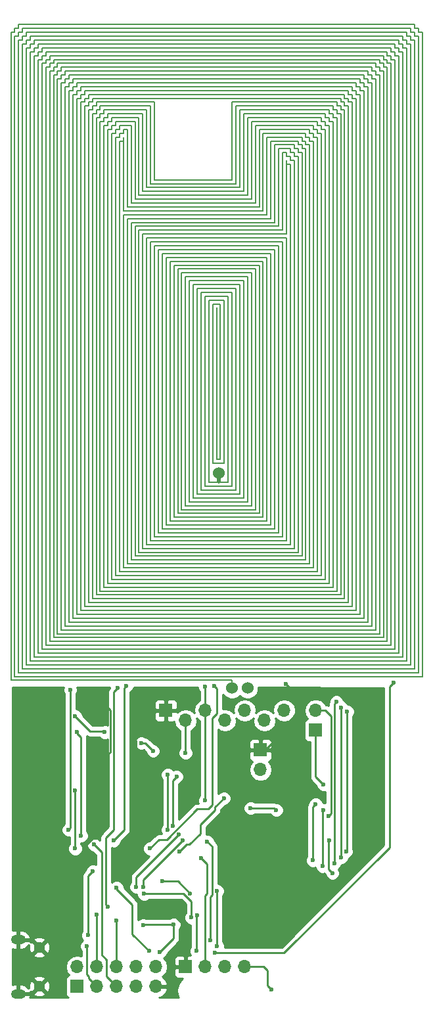
<source format=gbl>
G04 #@! TF.FileFunction,Copper,L2,Bot,Signal*
%FSLAX46Y46*%
G04 Gerber Fmt 4.6, Leading zero omitted, Abs format (unit mm)*
G04 Created by KiCad (PCBNEW 4.0.7-e2-6376~58~ubuntu16.04.1) date Sat Mar  9 10:35:25 2019*
%MOMM*%
%LPD*%
G01*
G04 APERTURE LIST*
%ADD10C,0.100000*%
%ADD11C,0.150000*%
%ADD12C,0.500000*%
%ADD13C,1.524000*%
%ADD14R,1.700000X1.700000*%
%ADD15O,1.700000X1.700000*%
%ADD16C,1.450000*%
%ADD17O,1.900000X1.200000*%
%ADD18C,0.600000*%
%ADD19C,0.250000*%
%ADD20C,0.254000*%
G04 APERTURE END LIST*
D10*
D11*
X193948000Y-100240000D02*
X193948000Y-101240000D01*
D12*
X192248000Y-73440000D02*
X192248000Y-74640000D01*
D11*
X192948000Y-51240000D02*
X192948000Y-72240000D01*
X192948000Y-72240000D02*
X191448000Y-72240000D01*
X191448000Y-72240000D02*
X191448000Y-51740000D01*
X191448000Y-51740000D02*
X191948000Y-51740000D01*
X191948000Y-51740000D02*
X192448000Y-51740000D01*
X192448000Y-51740000D02*
X192448000Y-71740000D01*
X192448000Y-71740000D02*
X191948000Y-71740000D01*
X191948000Y-71740000D02*
X191948000Y-52240000D01*
X198448000Y-79740000D02*
X185948000Y-79740000D01*
X185948000Y-79740000D02*
X185948000Y-46240000D01*
X185948000Y-46240000D02*
X197948000Y-46240000D01*
X197948000Y-46240000D02*
X197948000Y-79240000D01*
X197948000Y-79240000D02*
X186448000Y-79240000D01*
X186448000Y-79240000D02*
X186448000Y-46740000D01*
X186448000Y-46740000D02*
X197448000Y-46740000D01*
X197448000Y-46740000D02*
X197448000Y-78740000D01*
X197448000Y-78740000D02*
X186948000Y-78740000D01*
X186948000Y-78740000D02*
X186948000Y-47240000D01*
X186948000Y-47240000D02*
X196948000Y-47240000D01*
X196948000Y-47240000D02*
X196948000Y-78240000D01*
X196948000Y-78240000D02*
X187448000Y-78240000D01*
X187448000Y-78240000D02*
X187448000Y-47740000D01*
X187448000Y-47740000D02*
X196448000Y-47740000D01*
X196448000Y-47740000D02*
X196448000Y-77740000D01*
X196448000Y-77740000D02*
X187948000Y-77740000D01*
X187948000Y-77740000D02*
X187948000Y-48240000D01*
X187948000Y-48240000D02*
X195948000Y-48240000D01*
X195948000Y-48240000D02*
X195948000Y-77240000D01*
X195948000Y-77240000D02*
X188448000Y-77240000D01*
X188448000Y-77240000D02*
X188448000Y-48740000D01*
X188448000Y-48740000D02*
X195448000Y-48740000D01*
X195448000Y-48740000D02*
X195448000Y-76740000D01*
X195448000Y-76740000D02*
X188948000Y-76740000D01*
X188948000Y-76740000D02*
X188948000Y-49240000D01*
X188948000Y-49240000D02*
X194948000Y-49240000D01*
X194948000Y-49240000D02*
X194948000Y-76240000D01*
X194948000Y-76240000D02*
X189448000Y-76240000D01*
X189448000Y-76240000D02*
X189448000Y-49740000D01*
X189448000Y-49740000D02*
X194448000Y-49740000D01*
X194448000Y-49740000D02*
X194448000Y-75740000D01*
X194448000Y-75740000D02*
X189948000Y-75740000D01*
X189948000Y-75740000D02*
X189948000Y-50240000D01*
X189948000Y-50240000D02*
X193948000Y-50240000D01*
X193948000Y-50240000D02*
X193948000Y-75240000D01*
X193948000Y-75240000D02*
X190448000Y-75240000D01*
X190448000Y-75240000D02*
X190448000Y-50740000D01*
X190448000Y-50740000D02*
X193448000Y-50740000D01*
X193448000Y-50740000D02*
X193448000Y-74740000D01*
X193448000Y-74740000D02*
X190948000Y-74740000D01*
X190948000Y-74740000D02*
X190948000Y-51240000D01*
X190948000Y-51240000D02*
X192948000Y-51240000D01*
X200948000Y-33740000D02*
X201448000Y-33740000D01*
X201448000Y-33740000D02*
X201448000Y-82740000D01*
X201448000Y-82740000D02*
X182948000Y-82740000D01*
X182948000Y-82740000D02*
X182948000Y-43240000D01*
X182948000Y-43240000D02*
X200948000Y-43240000D01*
X200948000Y-43240000D02*
X200948000Y-82240000D01*
X200948000Y-82240000D02*
X183448000Y-82240000D01*
X183448000Y-82240000D02*
X183448000Y-43740000D01*
X183448000Y-43740000D02*
X200448000Y-43740000D01*
X200448000Y-43740000D02*
X200448000Y-81740000D01*
X200448000Y-81740000D02*
X183948000Y-81740000D01*
X183948000Y-81740000D02*
X183948000Y-44240000D01*
X183948000Y-44240000D02*
X199948000Y-44240000D01*
X199948000Y-44240000D02*
X199948000Y-81240000D01*
X199948000Y-81240000D02*
X184448000Y-81240000D01*
X184448000Y-81240000D02*
X184448000Y-44740000D01*
X184448000Y-44740000D02*
X199448000Y-44740000D01*
X199448000Y-44740000D02*
X199448000Y-80740000D01*
X199448000Y-80740000D02*
X184948000Y-80740000D01*
X184948000Y-80740000D02*
X184948000Y-45240000D01*
X184948000Y-45240000D02*
X198948000Y-45240000D01*
X198948000Y-45240000D02*
X198948000Y-80240000D01*
X198948000Y-80240000D02*
X185448000Y-80240000D01*
X185448000Y-80240000D02*
X185448000Y-45740000D01*
X185448000Y-45740000D02*
X198448000Y-45740000D01*
X198448000Y-45740000D02*
X198448000Y-79740000D01*
X179948000Y-30740000D02*
X179948000Y-39740000D01*
X179948000Y-39740000D02*
X197948000Y-39740000D01*
X197948000Y-39740000D02*
X197948000Y-29740000D01*
X197948000Y-29740000D02*
X203448000Y-29740000D01*
X203448000Y-29740000D02*
X203448000Y-30240000D01*
X203448000Y-30240000D02*
X203948000Y-30240000D01*
X203948000Y-30240000D02*
X203948000Y-30740000D01*
X203948000Y-30740000D02*
X204448000Y-30740000D01*
X204448000Y-30740000D02*
X204448000Y-85740000D01*
X204448000Y-85740000D02*
X179948000Y-85740000D01*
X179948000Y-85740000D02*
X179948000Y-40240000D01*
X179948000Y-40240000D02*
X198448000Y-40240000D01*
X198448000Y-40240000D02*
X198448000Y-30240000D01*
X198448000Y-30240000D02*
X202948000Y-30240000D01*
X202948000Y-30240000D02*
X202948000Y-30740000D01*
X202948000Y-30740000D02*
X203448000Y-30740000D01*
X203448000Y-30740000D02*
X203448000Y-31240000D01*
X203448000Y-31240000D02*
X203948000Y-31240000D01*
X203948000Y-31240000D02*
X203948000Y-85240000D01*
X203948000Y-85240000D02*
X180448000Y-85240000D01*
X180448000Y-85240000D02*
X180448000Y-40740000D01*
X180448000Y-40740000D02*
X198948000Y-40740000D01*
X198948000Y-40740000D02*
X198948000Y-30740000D01*
X198948000Y-30740000D02*
X202448000Y-30740000D01*
X202448000Y-30740000D02*
X202448000Y-31240000D01*
X202448000Y-31240000D02*
X202948000Y-31240000D01*
X202948000Y-31240000D02*
X202948000Y-31740000D01*
X202948000Y-31740000D02*
X203448000Y-31740000D01*
X203448000Y-31740000D02*
X203448000Y-84740000D01*
X203448000Y-84740000D02*
X180948000Y-84740000D01*
X180948000Y-84740000D02*
X180948000Y-41240000D01*
X180948000Y-41240000D02*
X199448000Y-41240000D01*
X199448000Y-41240000D02*
X199448000Y-31240000D01*
X199448000Y-31240000D02*
X201948000Y-31240000D01*
X201948000Y-31240000D02*
X201948000Y-31740000D01*
X201948000Y-31740000D02*
X202448000Y-31740000D01*
X202448000Y-31740000D02*
X202448000Y-32240000D01*
X202448000Y-32240000D02*
X202948000Y-32240000D01*
X202948000Y-32240000D02*
X202948000Y-84240000D01*
X202948000Y-84240000D02*
X181448000Y-84240000D01*
X181448000Y-84240000D02*
X181448000Y-41740000D01*
X181448000Y-41740000D02*
X199948000Y-41740000D01*
X199948000Y-41740000D02*
X199948000Y-31740000D01*
X199948000Y-31740000D02*
X201448000Y-31740000D01*
X201448000Y-31740000D02*
X201448000Y-32240000D01*
X201448000Y-32240000D02*
X201948000Y-32240000D01*
X201948000Y-32240000D02*
X201948000Y-32740000D01*
X201948000Y-32740000D02*
X202448000Y-32740000D01*
X202448000Y-32740000D02*
X202448000Y-83740000D01*
X202448000Y-83740000D02*
X181948000Y-83740000D01*
X181948000Y-83740000D02*
X181948000Y-42240000D01*
X181948000Y-42240000D02*
X200448000Y-42240000D01*
X200448000Y-42240000D02*
X200448000Y-32240000D01*
X200448000Y-32240000D02*
X200948000Y-32240000D01*
X200948000Y-32240000D02*
X200948000Y-32740000D01*
X200948000Y-32740000D02*
X201448000Y-32740000D01*
X201448000Y-32740000D02*
X201448000Y-33240000D01*
X201448000Y-33240000D02*
X201948000Y-33240000D01*
X201948000Y-33240000D02*
X201948000Y-33740000D01*
X201948000Y-33740000D02*
X201948000Y-83240000D01*
X201948000Y-83240000D02*
X182448000Y-83240000D01*
X182448000Y-83240000D02*
X182448000Y-42740000D01*
X182448000Y-42740000D02*
X200948000Y-42740000D01*
X200948000Y-42740000D02*
X200948000Y-33240000D01*
X182948000Y-26740000D02*
X182948000Y-36740000D01*
X182948000Y-36740000D02*
X194948000Y-36740000D01*
X194948000Y-36740000D02*
X194948000Y-26740000D01*
X194948000Y-26740000D02*
X206448000Y-26740000D01*
X206448000Y-26740000D02*
X206448000Y-27240000D01*
X206448000Y-27240000D02*
X206948000Y-27240000D01*
X206948000Y-27240000D02*
X206948000Y-27740000D01*
X206948000Y-27740000D02*
X207448000Y-27740000D01*
X207448000Y-27740000D02*
X207448000Y-88740000D01*
X207448000Y-88740000D02*
X176948000Y-88740000D01*
X176948000Y-88740000D02*
X176948000Y-28240000D01*
X176948000Y-28240000D02*
X177448000Y-28240000D01*
X177448000Y-28240000D02*
X177448000Y-27740000D01*
X177448000Y-27740000D02*
X177948000Y-27740000D01*
X177948000Y-27740000D02*
X177948000Y-27240000D01*
X177948000Y-27240000D02*
X182448000Y-27240000D01*
X182448000Y-27240000D02*
X182448000Y-37240000D01*
X182448000Y-37240000D02*
X195448000Y-37240000D01*
X195448000Y-37240000D02*
X195448000Y-27240000D01*
X195448000Y-27240000D02*
X205948000Y-27240000D01*
X205948000Y-27240000D02*
X205948000Y-27740000D01*
X205948000Y-27740000D02*
X206448000Y-27740000D01*
X206448000Y-27740000D02*
X206448000Y-28240000D01*
X206448000Y-28240000D02*
X206948000Y-28240000D01*
X206948000Y-28240000D02*
X206948000Y-88240000D01*
X206948000Y-88240000D02*
X177448000Y-88240000D01*
X177448000Y-88240000D02*
X177448000Y-28740000D01*
X177448000Y-28740000D02*
X177948000Y-28740000D01*
X177948000Y-28740000D02*
X177948000Y-28240000D01*
X177948000Y-28240000D02*
X178448000Y-28240000D01*
X178448000Y-28240000D02*
X178448000Y-27740000D01*
X178448000Y-27740000D02*
X181948000Y-27740000D01*
X181948000Y-27740000D02*
X181948000Y-37740000D01*
X181948000Y-37740000D02*
X195948000Y-37740000D01*
X195948000Y-37740000D02*
X195948000Y-27740000D01*
X195948000Y-27740000D02*
X205448000Y-27740000D01*
X205448000Y-27740000D02*
X205448000Y-28240000D01*
X205448000Y-28240000D02*
X205948000Y-28240000D01*
X205948000Y-28240000D02*
X205948000Y-28740000D01*
X205948000Y-28740000D02*
X206448000Y-28740000D01*
X206448000Y-28740000D02*
X206448000Y-87740000D01*
X206448000Y-87740000D02*
X177948000Y-87740000D01*
X177948000Y-87740000D02*
X177948000Y-29240000D01*
X177948000Y-29240000D02*
X178448000Y-29240000D01*
X178448000Y-29240000D02*
X178448000Y-28740000D01*
X178448000Y-28740000D02*
X178948000Y-28740000D01*
X178948000Y-28740000D02*
X178948000Y-28240000D01*
X178948000Y-28240000D02*
X181448000Y-28240000D01*
X181448000Y-28240000D02*
X181448000Y-38240000D01*
X181448000Y-38240000D02*
X196448000Y-38240000D01*
X196448000Y-38240000D02*
X196448000Y-28240000D01*
X196448000Y-28240000D02*
X204948000Y-28240000D01*
X204948000Y-28240000D02*
X204948000Y-28740000D01*
X204948000Y-28740000D02*
X205448000Y-28740000D01*
X205448000Y-28740000D02*
X205448000Y-29240000D01*
X205448000Y-29240000D02*
X205948000Y-29240000D01*
X205948000Y-29240000D02*
X205948000Y-87240000D01*
X205948000Y-87240000D02*
X178448000Y-87240000D01*
X178448000Y-87240000D02*
X178448000Y-29740000D01*
X178448000Y-29740000D02*
X178948000Y-29740000D01*
X178948000Y-29740000D02*
X178948000Y-29240000D01*
X178948000Y-29240000D02*
X179448000Y-29240000D01*
X179448000Y-29240000D02*
X179448000Y-28740000D01*
X179448000Y-28740000D02*
X180948000Y-28740000D01*
X180948000Y-28740000D02*
X180948000Y-38740000D01*
X180948000Y-38740000D02*
X196948000Y-38740000D01*
X196948000Y-38740000D02*
X196948000Y-28740000D01*
X196948000Y-28740000D02*
X204448000Y-28740000D01*
X204448000Y-28740000D02*
X204448000Y-29240000D01*
X204448000Y-29240000D02*
X204948000Y-29240000D01*
X204948000Y-29240000D02*
X204948000Y-29740000D01*
X204948000Y-29740000D02*
X205448000Y-29740000D01*
X205448000Y-29740000D02*
X205448000Y-86740000D01*
X205448000Y-86740000D02*
X178948000Y-86740000D01*
X178948000Y-86740000D02*
X178948000Y-30240000D01*
X178948000Y-30240000D02*
X179448000Y-30240000D01*
X179448000Y-30240000D02*
X179448000Y-29740000D01*
X179448000Y-29740000D02*
X179948000Y-29740000D01*
X179948000Y-29740000D02*
X179948000Y-29240000D01*
X179948000Y-29240000D02*
X180448000Y-29240000D01*
X180448000Y-29240000D02*
X180448000Y-39240000D01*
X180448000Y-39240000D02*
X197448000Y-39240000D01*
X197448000Y-39240000D02*
X197448000Y-29240000D01*
X197448000Y-29240000D02*
X203948000Y-29240000D01*
X203948000Y-29240000D02*
X203948000Y-29740000D01*
X203948000Y-29740000D02*
X204448000Y-29740000D01*
X204448000Y-29740000D02*
X204448000Y-30240000D01*
X204448000Y-30240000D02*
X204948000Y-30240000D01*
X204948000Y-30240000D02*
X204948000Y-86240000D01*
X204948000Y-86240000D02*
X179448000Y-86240000D01*
X179448000Y-86240000D02*
X179448000Y-30740000D01*
X179448000Y-30740000D02*
X179948000Y-30740000D01*
X179948000Y-30740000D02*
X179948000Y-30240000D01*
X211448000Y-22240000D02*
X211948000Y-22240000D01*
X211948000Y-22240000D02*
X211948000Y-22740000D01*
X211948000Y-22740000D02*
X212448000Y-22740000D01*
X212448000Y-22740000D02*
X212448000Y-93740000D01*
X212448000Y-93740000D02*
X171948000Y-93740000D01*
X171948000Y-93740000D02*
X171948000Y-23240000D01*
X171948000Y-23240000D02*
X172448000Y-23240000D01*
X172448000Y-23240000D02*
X172448000Y-22740000D01*
X172448000Y-22740000D02*
X172948000Y-22740000D01*
X172948000Y-22740000D02*
X172948000Y-22240000D01*
X172948000Y-22240000D02*
X210948000Y-22240000D01*
X210948000Y-22240000D02*
X210948000Y-22740000D01*
X210948000Y-22740000D02*
X211448000Y-22740000D01*
X211448000Y-22740000D02*
X211448000Y-23240000D01*
X211448000Y-23240000D02*
X211948000Y-23240000D01*
X211948000Y-23240000D02*
X211948000Y-93240000D01*
X211948000Y-93240000D02*
X172448000Y-93240000D01*
X172448000Y-93240000D02*
X172448000Y-23740000D01*
X172448000Y-23740000D02*
X172948000Y-23740000D01*
X172948000Y-23740000D02*
X172948000Y-23240000D01*
X172948000Y-23240000D02*
X173448000Y-23240000D01*
X173448000Y-23240000D02*
X173448000Y-22740000D01*
X173448000Y-22740000D02*
X210448000Y-22740000D01*
X210448000Y-22740000D02*
X210448000Y-23240000D01*
X210448000Y-23240000D02*
X210948000Y-23240000D01*
X210948000Y-23240000D02*
X210948000Y-23740000D01*
X210948000Y-23740000D02*
X211448000Y-23740000D01*
X211448000Y-23740000D02*
X211448000Y-92740000D01*
X211448000Y-92740000D02*
X172948000Y-92740000D01*
X172948000Y-92740000D02*
X172948000Y-24240000D01*
X172948000Y-24240000D02*
X173448000Y-24240000D01*
X173448000Y-24240000D02*
X173448000Y-23740000D01*
X173448000Y-23740000D02*
X173948000Y-23740000D01*
X173948000Y-23740000D02*
X173948000Y-23240000D01*
X173948000Y-23240000D02*
X209948000Y-23240000D01*
X209948000Y-23240000D02*
X209948000Y-23740000D01*
X209948000Y-23740000D02*
X210448000Y-23740000D01*
X210448000Y-23740000D02*
X210448000Y-24240000D01*
X210448000Y-24240000D02*
X210948000Y-24240000D01*
X210948000Y-24240000D02*
X210948000Y-92240000D01*
X210948000Y-92240000D02*
X173448000Y-92240000D01*
X173448000Y-92240000D02*
X173448000Y-24740000D01*
X173448000Y-24740000D02*
X173948000Y-24740000D01*
X173948000Y-24740000D02*
X173948000Y-24240000D01*
X173948000Y-24240000D02*
X174448000Y-24240000D01*
X174448000Y-24240000D02*
X174448000Y-23740000D01*
X174448000Y-23740000D02*
X209448000Y-23740000D01*
X209448000Y-23740000D02*
X209448000Y-24240000D01*
X209448000Y-24240000D02*
X209948000Y-24240000D01*
X209948000Y-24240000D02*
X209948000Y-24740000D01*
X209948000Y-24740000D02*
X210448000Y-24740000D01*
X210448000Y-24740000D02*
X210448000Y-91740000D01*
X210448000Y-91740000D02*
X173948000Y-91740000D01*
X173948000Y-91740000D02*
X173948000Y-25240000D01*
X173948000Y-25240000D02*
X174448000Y-25240000D01*
X174448000Y-25240000D02*
X174448000Y-24740000D01*
X174448000Y-24740000D02*
X174948000Y-24740000D01*
X174948000Y-24740000D02*
X174948000Y-24240000D01*
X174948000Y-24240000D02*
X208948000Y-24240000D01*
X208948000Y-24240000D02*
X208948000Y-24740000D01*
X208948000Y-24740000D02*
X209448000Y-24740000D01*
X209448000Y-24740000D02*
X209448000Y-25240000D01*
X209448000Y-25240000D02*
X209948000Y-25240000D01*
X209948000Y-25240000D02*
X209948000Y-91240000D01*
X209948000Y-91240000D02*
X174448000Y-91240000D01*
X174448000Y-91240000D02*
X174448000Y-25740000D01*
X174448000Y-25740000D02*
X174948000Y-25740000D01*
X174948000Y-25740000D02*
X174948000Y-25240000D01*
X174948000Y-25240000D02*
X175448000Y-25240000D01*
X175448000Y-25240000D02*
X175448000Y-24740000D01*
X175448000Y-24740000D02*
X208448000Y-24740000D01*
X208448000Y-24740000D02*
X208448000Y-25240000D01*
X208448000Y-25240000D02*
X208948000Y-25240000D01*
X208948000Y-25240000D02*
X208948000Y-25740000D01*
X208948000Y-25740000D02*
X209448000Y-25740000D01*
X209448000Y-25740000D02*
X209448000Y-90740000D01*
X209448000Y-90740000D02*
X174948000Y-90740000D01*
X174948000Y-90740000D02*
X174948000Y-26240000D01*
X174948000Y-26240000D02*
X175448000Y-26240000D01*
X175448000Y-26240000D02*
X175448000Y-25740000D01*
X175448000Y-25740000D02*
X175948000Y-25740000D01*
X175948000Y-25740000D02*
X175948000Y-25240000D01*
X175948000Y-25240000D02*
X207948000Y-25240000D01*
X207948000Y-25240000D02*
X207948000Y-25740000D01*
X207948000Y-25740000D02*
X208448000Y-25740000D01*
X208448000Y-25740000D02*
X208448000Y-26240000D01*
X208448000Y-26240000D02*
X208948000Y-26240000D01*
X208948000Y-26240000D02*
X208948000Y-90240000D01*
X208948000Y-90240000D02*
X175448000Y-90240000D01*
X175448000Y-90240000D02*
X175448000Y-26740000D01*
X175448000Y-26740000D02*
X175948000Y-26740000D01*
X175948000Y-26740000D02*
X175948000Y-26240000D01*
X175948000Y-26240000D02*
X176448000Y-26240000D01*
X176448000Y-26240000D02*
X176448000Y-25740000D01*
X176448000Y-25740000D02*
X183948000Y-25740000D01*
X183948000Y-25740000D02*
X183948000Y-35740000D01*
X183948000Y-35740000D02*
X193948000Y-35740000D01*
X193948000Y-35740000D02*
X193948000Y-25740000D01*
X193948000Y-25740000D02*
X207448000Y-25740000D01*
X207448000Y-25740000D02*
X207448000Y-26240000D01*
X207448000Y-26240000D02*
X207948000Y-26240000D01*
X207948000Y-26240000D02*
X207948000Y-26740000D01*
X207948000Y-26740000D02*
X208448000Y-26740000D01*
X208448000Y-26740000D02*
X208448000Y-27240000D01*
X208448000Y-27240000D02*
X208448000Y-89740000D01*
X208448000Y-89740000D02*
X175948000Y-89740000D01*
X175948000Y-89740000D02*
X175948000Y-27240000D01*
X175948000Y-27240000D02*
X176448000Y-27240000D01*
X176448000Y-27240000D02*
X176448000Y-26740000D01*
X176448000Y-26740000D02*
X176948000Y-26740000D01*
X176948000Y-26740000D02*
X176948000Y-26240000D01*
X176948000Y-26240000D02*
X183448000Y-26240000D01*
X183448000Y-26240000D02*
X183448000Y-36240000D01*
X183448000Y-36240000D02*
X194448000Y-36240000D01*
X194448000Y-36240000D02*
X194448000Y-26240000D01*
X194448000Y-26240000D02*
X206948000Y-26240000D01*
X206948000Y-26240000D02*
X206948000Y-26740000D01*
X206948000Y-26740000D02*
X207448000Y-26740000D01*
X207448000Y-26740000D02*
X207448000Y-27240000D01*
X207448000Y-27240000D02*
X207948000Y-27240000D01*
X207948000Y-27240000D02*
X207948000Y-89240000D01*
X207948000Y-89240000D02*
X176448000Y-89240000D01*
X176448000Y-89240000D02*
X176448000Y-27740000D01*
X176448000Y-27740000D02*
X176948000Y-27740000D01*
X176948000Y-27740000D02*
X176948000Y-27240000D01*
X176948000Y-27240000D02*
X177448000Y-27240000D01*
X177448000Y-27240000D02*
X177448000Y-26740000D01*
X177448000Y-26740000D02*
X182948000Y-26740000D01*
X170448000Y-19740000D02*
X213448000Y-19740000D01*
X213448000Y-19740000D02*
X213448000Y-20240000D01*
X213448000Y-20240000D02*
X213948000Y-20240000D01*
X213948000Y-20240000D02*
X213948000Y-20740000D01*
X213948000Y-20740000D02*
X214448000Y-20740000D01*
X214448000Y-20740000D02*
X214448000Y-95740000D01*
X214448000Y-95740000D02*
X169948000Y-95740000D01*
X169948000Y-95740000D02*
X169948000Y-21240000D01*
X169948000Y-21240000D02*
X170448000Y-21240000D01*
X170448000Y-21240000D02*
X170448000Y-20740000D01*
X170448000Y-20740000D02*
X170948000Y-20740000D01*
X170948000Y-20740000D02*
X170948000Y-20240000D01*
X170948000Y-20240000D02*
X212948000Y-20240000D01*
X212948000Y-20240000D02*
X212948000Y-20740000D01*
X212948000Y-20740000D02*
X213448000Y-20740000D01*
X213448000Y-20740000D02*
X213448000Y-21240000D01*
X213448000Y-21240000D02*
X213948000Y-21240000D01*
X213948000Y-21240000D02*
X213948000Y-95240000D01*
X213948000Y-95240000D02*
X170448000Y-95240000D01*
X170448000Y-95240000D02*
X170448000Y-21740000D01*
X170448000Y-21740000D02*
X170948000Y-21740000D01*
X170948000Y-21740000D02*
X170948000Y-21240000D01*
X170948000Y-21240000D02*
X171448000Y-21240000D01*
X171448000Y-21240000D02*
X171448000Y-20740000D01*
X171448000Y-20740000D02*
X212448000Y-20740000D01*
X212448000Y-20740000D02*
X212448000Y-21240000D01*
X212448000Y-21240000D02*
X212948000Y-21240000D01*
X212948000Y-21240000D02*
X212948000Y-21740000D01*
X212948000Y-21740000D02*
X213448000Y-21740000D01*
X213448000Y-21740000D02*
X213448000Y-94740000D01*
X213448000Y-94740000D02*
X170948000Y-94740000D01*
X170948000Y-94740000D02*
X170948000Y-22240000D01*
X170948000Y-22240000D02*
X171448000Y-22240000D01*
X171448000Y-22240000D02*
X171448000Y-21740000D01*
X171448000Y-21740000D02*
X171948000Y-21740000D01*
X171948000Y-21740000D02*
X171948000Y-21240000D01*
X171948000Y-21240000D02*
X211948000Y-21240000D01*
X211948000Y-21240000D02*
X211948000Y-21740000D01*
X211948000Y-21740000D02*
X212448000Y-21740000D01*
X212448000Y-21740000D02*
X212448000Y-22240000D01*
X212448000Y-22240000D02*
X212948000Y-22240000D01*
X212948000Y-22240000D02*
X212948000Y-94240000D01*
X212948000Y-94240000D02*
X171448000Y-94240000D01*
X171448000Y-94240000D02*
X171448000Y-22740000D01*
X171448000Y-22740000D02*
X171948000Y-22740000D01*
X171948000Y-22740000D02*
X171948000Y-22240000D01*
X171948000Y-22240000D02*
X172448000Y-22240000D01*
X172448000Y-22240000D02*
X172448000Y-21740000D01*
X172448000Y-21740000D02*
X211448000Y-21740000D01*
X211448000Y-21740000D02*
X211448000Y-22240000D01*
X216448000Y-97740000D02*
X167948000Y-97740000D01*
X167948000Y-97740000D02*
X167948000Y-19240000D01*
X167948000Y-19240000D02*
X168448000Y-19240000D01*
X168448000Y-19240000D02*
X168448000Y-18740000D01*
X168448000Y-18740000D02*
X168948000Y-18740000D01*
X168948000Y-18740000D02*
X168948000Y-18240000D01*
X168948000Y-18240000D02*
X214948000Y-18240000D01*
X214948000Y-18240000D02*
X214948000Y-18740000D01*
X214948000Y-18740000D02*
X215448000Y-18740000D01*
X215448000Y-18740000D02*
X215448000Y-19240000D01*
X215448000Y-19240000D02*
X215948000Y-19240000D01*
X215948000Y-19240000D02*
X215948000Y-97240000D01*
X215948000Y-97240000D02*
X168448000Y-97240000D01*
X168448000Y-97240000D02*
X168448000Y-19740000D01*
X168448000Y-19740000D02*
X168948000Y-19740000D01*
X168948000Y-19740000D02*
X168948000Y-19240000D01*
X168948000Y-19240000D02*
X169448000Y-19240000D01*
X169448000Y-19240000D02*
X169448000Y-18740000D01*
X169448000Y-18740000D02*
X214448000Y-18740000D01*
X214448000Y-18740000D02*
X214448000Y-19240000D01*
X214448000Y-19240000D02*
X214948000Y-19240000D01*
X214948000Y-19240000D02*
X214948000Y-19740000D01*
X214948000Y-19740000D02*
X215448000Y-19740000D01*
X215448000Y-19740000D02*
X215448000Y-96740000D01*
X215448000Y-96740000D02*
X168948000Y-96740000D01*
X168948000Y-96740000D02*
X168948000Y-20240000D01*
X168948000Y-20240000D02*
X169198000Y-20240000D01*
X169198000Y-20240000D02*
X169448000Y-20240000D01*
X169448000Y-20240000D02*
X169448000Y-19740000D01*
X169448000Y-19740000D02*
X169948000Y-19740000D01*
X169948000Y-19740000D02*
X169948000Y-19240000D01*
X169948000Y-19240000D02*
X213948000Y-19240000D01*
X213948000Y-19240000D02*
X213948000Y-19490000D01*
X213948000Y-19490000D02*
X213948000Y-19740000D01*
X213948000Y-19740000D02*
X214448000Y-19740000D01*
X214448000Y-19740000D02*
X214448000Y-20240000D01*
X214448000Y-20240000D02*
X214948000Y-20240000D01*
X214948000Y-20240000D02*
X214948000Y-96240000D01*
X214948000Y-96240000D02*
X169448000Y-96240000D01*
X169448000Y-96240000D02*
X169448000Y-20740000D01*
X169448000Y-20740000D02*
X169948000Y-20740000D01*
X169948000Y-20740000D02*
X169948000Y-20240000D01*
X169948000Y-20240000D02*
X170448000Y-20240000D01*
X170448000Y-20240000D02*
X170448000Y-19740000D01*
X216948000Y-16740000D02*
X217448000Y-16740000D01*
X215948000Y-18740000D02*
X216448000Y-18740000D01*
X217448000Y-16740000D02*
X217448000Y-17240000D01*
X217448000Y-17240000D02*
X217948000Y-17240000D01*
X217948000Y-17240000D02*
X217948000Y-99240000D01*
X217948000Y-99240000D02*
X166448000Y-99240000D01*
X166448000Y-99240000D02*
X166448000Y-17740000D01*
X166448000Y-17740000D02*
X166948000Y-17740000D01*
X166948000Y-17740000D02*
X166948000Y-17240000D01*
X166948000Y-17240000D02*
X167448000Y-17240000D01*
X167448000Y-17240000D02*
X167448000Y-16740000D01*
X167448000Y-16740000D02*
X216448000Y-16740000D01*
X216448000Y-16740000D02*
X216448000Y-17240000D01*
X216448000Y-17240000D02*
X216948000Y-17240000D01*
X216948000Y-17240000D02*
X216948000Y-17740000D01*
X216948000Y-17740000D02*
X217448000Y-17740000D01*
X217448000Y-17740000D02*
X217448000Y-98740000D01*
X217448000Y-98740000D02*
X166948000Y-98740000D01*
X166948000Y-98740000D02*
X166948000Y-18240000D01*
X166948000Y-18240000D02*
X167448000Y-18240000D01*
X167448000Y-18240000D02*
X167448000Y-17740000D01*
X167448000Y-17740000D02*
X167948000Y-17740000D01*
X167948000Y-17740000D02*
X167948000Y-17240000D01*
X167948000Y-17240000D02*
X215948000Y-17240000D01*
X215948000Y-17240000D02*
X215948000Y-17740000D01*
X215948000Y-17740000D02*
X216448000Y-17740000D01*
X216448000Y-17740000D02*
X216448000Y-18240000D01*
X216448000Y-18240000D02*
X216948000Y-18240000D01*
X216948000Y-18240000D02*
X216948000Y-98240000D01*
X216948000Y-98240000D02*
X167448000Y-98240000D01*
X167448000Y-98240000D02*
X167448000Y-18740000D01*
X167448000Y-18740000D02*
X167948000Y-18740000D01*
X167948000Y-18740000D02*
X167948000Y-18240000D01*
X167948000Y-18240000D02*
X168448000Y-18240000D01*
X168448000Y-18240000D02*
X168448000Y-17990000D01*
X168448000Y-17990000D02*
X168448000Y-17740000D01*
X168448000Y-17740000D02*
X215448000Y-17740000D01*
X215448000Y-17740000D02*
X215448000Y-18240000D01*
X215448000Y-18240000D02*
X215948000Y-18240000D01*
X215948000Y-18240000D02*
X215948000Y-18740000D01*
X216448000Y-18990000D02*
X216448000Y-18740000D01*
X216448000Y-18740000D02*
X216448000Y-97740000D01*
X218448000Y-16740000D02*
X218448000Y-99740000D01*
X218448000Y-99740000D02*
X165948000Y-99740000D01*
X165948000Y-99740000D02*
X165948000Y-17240000D01*
X165948000Y-17240000D02*
X166448000Y-17240000D01*
X166448000Y-17240000D02*
X166448000Y-16740000D01*
X166448000Y-16740000D02*
X166948000Y-16740000D01*
X166948000Y-16740000D02*
X166948000Y-16240000D01*
X166948000Y-16240000D02*
X216948000Y-16240000D01*
X216948000Y-16240000D02*
X216948000Y-16740000D01*
X217448000Y-16240000D02*
X217948000Y-16240000D01*
X217948000Y-16240000D02*
X217948000Y-16740000D01*
X217948000Y-16740000D02*
X218448000Y-16740000D01*
X193948000Y-100240000D02*
X165448000Y-100240000D01*
X165448000Y-100240000D02*
X165448000Y-16740000D01*
X165448000Y-16740000D02*
X165948000Y-16740000D01*
X165948000Y-16740000D02*
X165948000Y-16240000D01*
X165948000Y-16240000D02*
X166448000Y-16240000D01*
X166448000Y-16240000D02*
X166448000Y-15740000D01*
X166448000Y-15740000D02*
X217448000Y-15740000D01*
X217448000Y-15740000D02*
X217448000Y-16240000D01*
D13*
X192248000Y-73540000D03*
X193948000Y-101240000D03*
X195948000Y-101240000D03*
D14*
X185420000Y-104140000D03*
D15*
X187960000Y-105410000D03*
X190500000Y-104140000D03*
X193040000Y-105410000D03*
X195580000Y-104140000D03*
X198120000Y-105410000D03*
X200660000Y-104140000D03*
D14*
X187960000Y-137160000D03*
D15*
X190500000Y-137160000D03*
X193040000Y-137160000D03*
X195580000Y-137160000D03*
D14*
X204724000Y-106680000D03*
D15*
X204724000Y-104140000D03*
D14*
X197612000Y-109220000D03*
D15*
X197612000Y-111760000D03*
D14*
X173990000Y-139700000D03*
D15*
X173990000Y-137160000D03*
X176530000Y-139700000D03*
X176530000Y-137160000D03*
X179070000Y-139700000D03*
X179070000Y-137160000D03*
X181610000Y-139700000D03*
X181610000Y-137160000D03*
X184150000Y-139700000D03*
X184150000Y-137160000D03*
D16*
X169101000Y-134660000D03*
X169101000Y-139660000D03*
D17*
X166401000Y-133660000D03*
X166401000Y-140660000D03*
D18*
X187960000Y-109601000D03*
X196342000Y-116713000D03*
X199644000Y-116967000D03*
X182499000Y-131826000D03*
X175387000Y-133096000D03*
X176022000Y-124841000D03*
X205740000Y-113665000D03*
X199009000Y-140081000D03*
X173736000Y-104902000D03*
X177546000Y-106934000D03*
X192913000Y-115443000D03*
X187198000Y-122301000D03*
X184658000Y-135255000D03*
X186436000Y-131699000D03*
X179070000Y-122047000D03*
X171831000Y-124714000D03*
X167513000Y-121920000D03*
X175260000Y-123317000D03*
X177546000Y-103378000D03*
X202184000Y-110871000D03*
X201803000Y-113665000D03*
X184912000Y-116332000D03*
X182245000Y-118491000D03*
X184658000Y-110617000D03*
X181610000Y-109474000D03*
X168529000Y-104775000D03*
X168529000Y-108839000D03*
X185928000Y-129921000D03*
X200914000Y-100711000D03*
X186309000Y-118999000D03*
X186817000Y-112649000D03*
X185674000Y-112395000D03*
X185674000Y-119507000D03*
X182626000Y-127762000D03*
X188722000Y-130810000D03*
X207137000Y-123825000D03*
X207391000Y-102997000D03*
X184979325Y-126123855D03*
X188538462Y-127710577D03*
X208026000Y-123063000D03*
X208026000Y-103759000D03*
X208661000Y-122301000D03*
X208788000Y-104267000D03*
X190500000Y-115697000D03*
X173101000Y-101473000D03*
X172847000Y-119507000D03*
X190500000Y-101092000D03*
X173990000Y-106934000D03*
X174498000Y-120269000D03*
X183769000Y-109347000D03*
X182245000Y-108331000D03*
X189992000Y-123190000D03*
X206375000Y-117729000D03*
X206502000Y-120904000D03*
X206883000Y-125095000D03*
X175260000Y-134493000D03*
X191135000Y-133731000D03*
X190754000Y-121031000D03*
X176530000Y-130429000D03*
X181610000Y-126873000D03*
X187071000Y-120142000D03*
X176149000Y-121412000D03*
X179070000Y-131191000D03*
X182499000Y-126873000D03*
X187579000Y-120904000D03*
X192024000Y-134493000D03*
X192024000Y-127381000D03*
X204343000Y-123444000D03*
X204724000Y-116205000D03*
X205613000Y-124206000D03*
X205740000Y-116967000D03*
X189357000Y-135128000D03*
X189484000Y-130556000D03*
X173736000Y-121920000D03*
X173736000Y-114427000D03*
X183388000Y-121920000D03*
X191643000Y-100965000D03*
X178689000Y-120904000D03*
X180340000Y-100965000D03*
X177927000Y-129413000D03*
X179197000Y-101219000D03*
X179070000Y-127000000D03*
X183261000Y-135128000D03*
X191770000Y-135382000D03*
X214757000Y-100584000D03*
D19*
X187960000Y-105410000D02*
X187960000Y-109601000D01*
X199390000Y-116713000D02*
X196342000Y-116713000D01*
X199644000Y-116967000D02*
X199390000Y-116713000D01*
X182626000Y-131699000D02*
X186436000Y-131699000D01*
X182499000Y-131826000D02*
X182626000Y-131699000D01*
X175387000Y-125476000D02*
X175387000Y-133096000D01*
X176022000Y-124841000D02*
X175387000Y-125476000D01*
X204724000Y-112649000D02*
X204724000Y-106680000D01*
X205740000Y-113665000D02*
X204724000Y-112649000D01*
X198501000Y-137668000D02*
X197993000Y-137160000D01*
X197993000Y-137160000D02*
X195580000Y-137160000D01*
X198501000Y-139573000D02*
X198501000Y-137668000D01*
X199009000Y-140081000D02*
X198501000Y-139573000D01*
X175641000Y-106807000D02*
X173736000Y-104902000D01*
X177419000Y-106807000D02*
X175641000Y-106807000D01*
X177546000Y-106934000D02*
X177419000Y-106807000D01*
X191770000Y-116586000D02*
X192913000Y-115443000D01*
X191770000Y-116967000D02*
X191770000Y-116586000D01*
X191135000Y-117602000D02*
X191770000Y-116967000D01*
X189865000Y-118872000D02*
X191135000Y-117602000D01*
X189865000Y-120015000D02*
X189865000Y-118872000D01*
X188468000Y-121412000D02*
X189865000Y-120015000D01*
X188087000Y-121412000D02*
X188468000Y-121412000D01*
X187198000Y-122301000D02*
X188087000Y-121412000D01*
X186436000Y-133477000D02*
X186436000Y-131699000D01*
X184658000Y-135255000D02*
X186436000Y-133477000D01*
X185928000Y-129921000D02*
X183134000Y-129921000D01*
X180467000Y-123444000D02*
X179070000Y-122047000D01*
X180467000Y-127254000D02*
X180467000Y-123444000D01*
X183134000Y-129921000D02*
X180467000Y-127254000D01*
X171831000Y-124714000D02*
X171704000Y-124587000D01*
X171704000Y-124587000D02*
X170180000Y-124587000D01*
X170180000Y-124587000D02*
X167513000Y-121920000D01*
X175260000Y-121412000D02*
X175260000Y-123317000D01*
X176022000Y-120650000D02*
X175260000Y-121412000D01*
X176530000Y-120650000D02*
X176022000Y-120650000D01*
X178054000Y-119126000D02*
X176530000Y-120650000D01*
X178054000Y-109728000D02*
X178054000Y-119126000D01*
X178238998Y-109543002D02*
X178054000Y-109728000D01*
X178238998Y-104070998D02*
X178238998Y-109543002D01*
X177546000Y-103378000D02*
X178238998Y-104070998D01*
X202184000Y-113284000D02*
X202184000Y-110871000D01*
X201803000Y-113665000D02*
X202184000Y-113284000D01*
X184404000Y-116332000D02*
X184912000Y-116332000D01*
X182245000Y-118491000D02*
X184404000Y-116332000D01*
X185420000Y-104140000D02*
X185420000Y-109855000D01*
X185420000Y-109855000D02*
X184658000Y-110617000D01*
X180975000Y-106426000D02*
X183261000Y-104140000D01*
X183261000Y-104140000D02*
X185420000Y-104140000D01*
X180975000Y-107405998D02*
X180975000Y-106426000D01*
X181610000Y-109474000D02*
X181610000Y-108040998D01*
X181610000Y-108040998D02*
X180975000Y-107405998D01*
X168529000Y-104775000D02*
X168529000Y-108839000D01*
X187960000Y-137160000D02*
X187960000Y-131953000D01*
X187960000Y-131953000D02*
X185928000Y-129921000D01*
X200914000Y-100711000D02*
X202184000Y-101981000D01*
X202184000Y-101981000D02*
X202184000Y-104648000D01*
X202184000Y-104648000D02*
X199771000Y-107061000D01*
X199771000Y-107061000D02*
X199771000Y-107696000D01*
X199771000Y-107696000D02*
X198247000Y-109220000D01*
X198247000Y-109220000D02*
X197612000Y-109220000D01*
X186309000Y-113157000D02*
X186309000Y-118999000D01*
X186817000Y-112649000D02*
X186309000Y-113157000D01*
X185674000Y-112395000D02*
X185674000Y-119507000D01*
X188722000Y-128778000D02*
X188722000Y-130175000D01*
X188722000Y-130175000D02*
X188722000Y-130810000D01*
X187706000Y-127762000D02*
X182626000Y-127762000D01*
X188722000Y-128778000D02*
X187706000Y-127762000D01*
X207137000Y-103251000D02*
X207137000Y-123825000D01*
X207391000Y-102997000D02*
X207137000Y-103251000D01*
X188538462Y-127710577D02*
X186951740Y-126123855D01*
X186951740Y-126123855D02*
X184979325Y-126123855D01*
X208026000Y-103759000D02*
X208026000Y-123063000D01*
X208788000Y-104267000D02*
X208788000Y-122174000D01*
X208788000Y-122174000D02*
X208661000Y-122301000D01*
X190500000Y-101600000D02*
X190500000Y-101092000D01*
X190500000Y-101600000D02*
X190500000Y-104140000D01*
X190500000Y-104140000D02*
X190500000Y-115697000D01*
X173101000Y-119253000D02*
X173101000Y-101473000D01*
X172847000Y-119507000D02*
X173101000Y-119253000D01*
X173990000Y-107061000D02*
X173990000Y-106934000D01*
X174498000Y-107569000D02*
X173990000Y-107061000D01*
X174498000Y-120269000D02*
X174498000Y-107569000D01*
X182245000Y-108331000D02*
X182753000Y-108331000D01*
X182753000Y-108331000D02*
X183769000Y-109347000D01*
X190754000Y-127762000D02*
X190754000Y-124079000D01*
X190754000Y-124079000D02*
X190754000Y-123952000D01*
X190754000Y-123952000D02*
X189992000Y-123190000D01*
X190500000Y-128016000D02*
X190754000Y-127762000D01*
X190500000Y-128016000D02*
X190500000Y-137160000D01*
X205994000Y-104140000D02*
X204724000Y-104140000D01*
X206686998Y-104832998D02*
X205994000Y-104140000D01*
X206686998Y-117417002D02*
X206686998Y-104832998D01*
X206375000Y-117729000D02*
X206686998Y-117417002D01*
X206502000Y-120904000D02*
X206375000Y-121031000D01*
X206375000Y-121031000D02*
X206375000Y-124587000D01*
X206375000Y-124587000D02*
X206883000Y-125095000D01*
X175514000Y-138684000D02*
X176530000Y-139700000D01*
X175514000Y-138430000D02*
X175514000Y-138684000D01*
X175260000Y-138176000D02*
X175514000Y-138430000D01*
X175260000Y-134493000D02*
X175260000Y-138176000D01*
X191135000Y-128143000D02*
X191135000Y-133731000D01*
X191389000Y-127889000D02*
X191135000Y-128143000D01*
X191389000Y-121666000D02*
X191389000Y-127889000D01*
X190754000Y-121031000D02*
X191389000Y-121666000D01*
X176530000Y-130429000D02*
X176530000Y-137160000D01*
X181610000Y-125603000D02*
X181610000Y-126873000D01*
X187071000Y-120142000D02*
X181610000Y-125603000D01*
X177800000Y-138430000D02*
X179070000Y-139700000D01*
X177800000Y-136271000D02*
X177800000Y-138430000D01*
X177165000Y-135636000D02*
X177800000Y-136271000D01*
X177165000Y-122428000D02*
X177165000Y-135636000D01*
X176149000Y-121412000D02*
X177165000Y-122428000D01*
X179070000Y-131191000D02*
X179070000Y-137160000D01*
X182499000Y-125984000D02*
X182499000Y-126873000D01*
X187579000Y-120904000D02*
X182499000Y-125984000D01*
X192024000Y-127381000D02*
X192024000Y-134493000D01*
X204343000Y-116586000D02*
X204343000Y-123444000D01*
X204724000Y-116205000D02*
X204343000Y-116586000D01*
X205740000Y-116967000D02*
X205613000Y-117094000D01*
X205613000Y-117094000D02*
X205613000Y-124206000D01*
X189357000Y-130683000D02*
X189357000Y-135128000D01*
X189484000Y-130556000D02*
X189357000Y-130683000D01*
X173736000Y-114427000D02*
X173736000Y-121920000D01*
X184531000Y-120777000D02*
X183388000Y-121920000D01*
X185547000Y-120777000D02*
X184531000Y-120777000D01*
X189484000Y-116840000D02*
X185547000Y-120777000D01*
X190881000Y-116840000D02*
X189484000Y-116840000D01*
X191389000Y-116332000D02*
X190881000Y-116840000D01*
X191389000Y-105156000D02*
X191389000Y-116332000D01*
X192024000Y-104521000D02*
X191389000Y-105156000D01*
X192024000Y-101346000D02*
X192024000Y-104521000D01*
X191643000Y-100965000D02*
X192024000Y-101346000D01*
X180086000Y-119507000D02*
X178689000Y-120904000D01*
X180086000Y-101219000D02*
X180086000Y-119507000D01*
X180340000Y-100965000D02*
X180086000Y-101219000D01*
X177673000Y-129159000D02*
X177927000Y-129413000D01*
X177673000Y-120523000D02*
X177673000Y-129159000D01*
X178689000Y-119507000D02*
X177673000Y-120523000D01*
X178689000Y-101727000D02*
X178689000Y-119507000D01*
X179197000Y-101219000D02*
X178689000Y-101727000D01*
X179070000Y-127127000D02*
X179070000Y-127000000D01*
X181102000Y-129159000D02*
X179070000Y-127127000D01*
X181102000Y-132969000D02*
X181102000Y-129159000D01*
X183261000Y-135128000D02*
X181102000Y-132969000D01*
X200660000Y-135382000D02*
X191770000Y-135382000D01*
X214249000Y-121793000D02*
X200660000Y-135382000D01*
X214249000Y-101092000D02*
X214249000Y-121793000D01*
X214757000Y-100584000D02*
X214249000Y-101092000D01*
D20*
G36*
X172239543Y-101109482D02*
X172166162Y-101286201D01*
X172165838Y-101658167D01*
X172307883Y-102001943D01*
X172341000Y-102035118D01*
X172341000Y-118704403D01*
X172318057Y-118713883D01*
X172054808Y-118976673D01*
X171912162Y-119320201D01*
X171911838Y-119692167D01*
X172053883Y-120035943D01*
X172316673Y-120299192D01*
X172660201Y-120441838D01*
X172976000Y-120442113D01*
X172976000Y-121357537D01*
X172943808Y-121389673D01*
X172801162Y-121733201D01*
X172800838Y-122105167D01*
X172942883Y-122448943D01*
X173205673Y-122712192D01*
X173549201Y-122854838D01*
X173921167Y-122855162D01*
X174264943Y-122713117D01*
X174528192Y-122450327D01*
X174670838Y-122106799D01*
X174671162Y-121734833D01*
X174529117Y-121391057D01*
X174496000Y-121357882D01*
X174496000Y-121203999D01*
X174683167Y-121204162D01*
X175026943Y-121062117D01*
X175290192Y-120799327D01*
X175432838Y-120455799D01*
X175433162Y-120083833D01*
X175291117Y-119740057D01*
X175258000Y-119706882D01*
X175258000Y-107569000D01*
X175230143Y-107428955D01*
X175350161Y-107509148D01*
X175641000Y-107567000D01*
X176856759Y-107567000D01*
X177015673Y-107726192D01*
X177359201Y-107868838D01*
X177731167Y-107869162D01*
X177929000Y-107787419D01*
X177929000Y-119192198D01*
X177135599Y-119985599D01*
X176970852Y-120232161D01*
X176913000Y-120523000D01*
X176913000Y-120853889D01*
X176679327Y-120619808D01*
X176335799Y-120477162D01*
X175963833Y-120476838D01*
X175620057Y-120618883D01*
X175356808Y-120881673D01*
X175214162Y-121225201D01*
X175213838Y-121597167D01*
X175355883Y-121940943D01*
X175618673Y-122204192D01*
X175962201Y-122346838D01*
X176009077Y-122346879D01*
X176405000Y-122742802D01*
X176405000Y-123987632D01*
X176208799Y-123906162D01*
X175836833Y-123905838D01*
X175493057Y-124047883D01*
X175229808Y-124310673D01*
X175087162Y-124654201D01*
X175087121Y-124701077D01*
X174849599Y-124938599D01*
X174684852Y-125185161D01*
X174627000Y-125476000D01*
X174627000Y-132533537D01*
X174594808Y-132565673D01*
X174452162Y-132909201D01*
X174451838Y-133281167D01*
X174593883Y-133624943D01*
X174699820Y-133731065D01*
X174467808Y-133962673D01*
X174325162Y-134306201D01*
X174324838Y-134678167D01*
X174466883Y-135021943D01*
X174500000Y-135055118D01*
X174500000Y-135747352D01*
X173990000Y-135645907D01*
X173421715Y-135758946D01*
X172939946Y-136080853D01*
X172618039Y-136562622D01*
X172505000Y-137130907D01*
X172505000Y-137189093D01*
X172618039Y-137757378D01*
X172939946Y-138239147D01*
X172941179Y-138239971D01*
X172904683Y-138246838D01*
X172688559Y-138385910D01*
X172543569Y-138598110D01*
X172492560Y-138850000D01*
X172492560Y-140550000D01*
X172536838Y-140785317D01*
X172675910Y-141001441D01*
X172864062Y-141130000D01*
X167879906Y-141130000D01*
X167940592Y-141015281D01*
X167944462Y-140977609D01*
X167819731Y-140787000D01*
X166528000Y-140787000D01*
X166528000Y-140807000D01*
X166274000Y-140807000D01*
X166274000Y-140787000D01*
X166254000Y-140787000D01*
X166254000Y-140613398D01*
X168327207Y-140613398D01*
X168392122Y-140851753D01*
X168902146Y-141032312D01*
X169442444Y-141003949D01*
X169809878Y-140851753D01*
X169874793Y-140613398D01*
X169101000Y-139839605D01*
X168327207Y-140613398D01*
X166254000Y-140613398D01*
X166254000Y-140533000D01*
X166274000Y-140533000D01*
X166274000Y-139425000D01*
X166528000Y-139425000D01*
X166528000Y-140533000D01*
X167819731Y-140533000D01*
X167924424Y-140373012D01*
X168147602Y-140433793D01*
X168921395Y-139660000D01*
X169280605Y-139660000D01*
X170054398Y-140433793D01*
X170292753Y-140368878D01*
X170473312Y-139858854D01*
X170444949Y-139318556D01*
X170292753Y-138951122D01*
X170054398Y-138886207D01*
X169280605Y-139660000D01*
X168921395Y-139660000D01*
X168147602Y-138886207D01*
X167909247Y-138951122D01*
X167728688Y-139461146D01*
X167754505Y-139952945D01*
X167714080Y-139876526D01*
X167340947Y-139567610D01*
X166878000Y-139425000D01*
X166528000Y-139425000D01*
X166274000Y-139425000D01*
X165924000Y-139425000D01*
X165683000Y-139499240D01*
X165683000Y-138706602D01*
X168327207Y-138706602D01*
X169101000Y-139480395D01*
X169874793Y-138706602D01*
X169809878Y-138468247D01*
X169299854Y-138287688D01*
X168759556Y-138316051D01*
X168392122Y-138468247D01*
X168327207Y-138706602D01*
X165683000Y-138706602D01*
X165683000Y-135613398D01*
X168327207Y-135613398D01*
X168392122Y-135851753D01*
X168902146Y-136032312D01*
X169442444Y-136003949D01*
X169809878Y-135851753D01*
X169874793Y-135613398D01*
X169101000Y-134839605D01*
X168327207Y-135613398D01*
X165683000Y-135613398D01*
X165683000Y-134820760D01*
X165924000Y-134895000D01*
X166274000Y-134895000D01*
X166274000Y-133787000D01*
X166528000Y-133787000D01*
X166528000Y-134895000D01*
X166878000Y-134895000D01*
X167340947Y-134752390D01*
X167714080Y-134443474D01*
X167777158Y-134324232D01*
X167728688Y-134461146D01*
X167757051Y-135001444D01*
X167909247Y-135368878D01*
X168147602Y-135433793D01*
X168921395Y-134660000D01*
X169280605Y-134660000D01*
X170054398Y-135433793D01*
X170292753Y-135368878D01*
X170473312Y-134858854D01*
X170444949Y-134318556D01*
X170292753Y-133951122D01*
X170054398Y-133886207D01*
X169280605Y-134660000D01*
X168921395Y-134660000D01*
X168147602Y-133886207D01*
X167924424Y-133946988D01*
X167819731Y-133787000D01*
X166528000Y-133787000D01*
X166274000Y-133787000D01*
X166254000Y-133787000D01*
X166254000Y-133706602D01*
X168327207Y-133706602D01*
X169101000Y-134480395D01*
X169874793Y-133706602D01*
X169809878Y-133468247D01*
X169299854Y-133287688D01*
X168759556Y-133316051D01*
X168392122Y-133468247D01*
X168327207Y-133706602D01*
X166254000Y-133706602D01*
X166254000Y-133533000D01*
X166274000Y-133533000D01*
X166274000Y-132425000D01*
X166528000Y-132425000D01*
X166528000Y-133533000D01*
X167819731Y-133533000D01*
X167944462Y-133342391D01*
X167940592Y-133304719D01*
X167714080Y-132876526D01*
X167340947Y-132567610D01*
X166878000Y-132425000D01*
X166528000Y-132425000D01*
X166274000Y-132425000D01*
X165924000Y-132425000D01*
X165683000Y-132499240D01*
X165683000Y-101094976D01*
X172239543Y-101109482D01*
X172239543Y-101109482D01*
G37*
X172239543Y-101109482D02*
X172166162Y-101286201D01*
X172165838Y-101658167D01*
X172307883Y-102001943D01*
X172341000Y-102035118D01*
X172341000Y-118704403D01*
X172318057Y-118713883D01*
X172054808Y-118976673D01*
X171912162Y-119320201D01*
X171911838Y-119692167D01*
X172053883Y-120035943D01*
X172316673Y-120299192D01*
X172660201Y-120441838D01*
X172976000Y-120442113D01*
X172976000Y-121357537D01*
X172943808Y-121389673D01*
X172801162Y-121733201D01*
X172800838Y-122105167D01*
X172942883Y-122448943D01*
X173205673Y-122712192D01*
X173549201Y-122854838D01*
X173921167Y-122855162D01*
X174264943Y-122713117D01*
X174528192Y-122450327D01*
X174670838Y-122106799D01*
X174671162Y-121734833D01*
X174529117Y-121391057D01*
X174496000Y-121357882D01*
X174496000Y-121203999D01*
X174683167Y-121204162D01*
X175026943Y-121062117D01*
X175290192Y-120799327D01*
X175432838Y-120455799D01*
X175433162Y-120083833D01*
X175291117Y-119740057D01*
X175258000Y-119706882D01*
X175258000Y-107569000D01*
X175230143Y-107428955D01*
X175350161Y-107509148D01*
X175641000Y-107567000D01*
X176856759Y-107567000D01*
X177015673Y-107726192D01*
X177359201Y-107868838D01*
X177731167Y-107869162D01*
X177929000Y-107787419D01*
X177929000Y-119192198D01*
X177135599Y-119985599D01*
X176970852Y-120232161D01*
X176913000Y-120523000D01*
X176913000Y-120853889D01*
X176679327Y-120619808D01*
X176335799Y-120477162D01*
X175963833Y-120476838D01*
X175620057Y-120618883D01*
X175356808Y-120881673D01*
X175214162Y-121225201D01*
X175213838Y-121597167D01*
X175355883Y-121940943D01*
X175618673Y-122204192D01*
X175962201Y-122346838D01*
X176009077Y-122346879D01*
X176405000Y-122742802D01*
X176405000Y-123987632D01*
X176208799Y-123906162D01*
X175836833Y-123905838D01*
X175493057Y-124047883D01*
X175229808Y-124310673D01*
X175087162Y-124654201D01*
X175087121Y-124701077D01*
X174849599Y-124938599D01*
X174684852Y-125185161D01*
X174627000Y-125476000D01*
X174627000Y-132533537D01*
X174594808Y-132565673D01*
X174452162Y-132909201D01*
X174451838Y-133281167D01*
X174593883Y-133624943D01*
X174699820Y-133731065D01*
X174467808Y-133962673D01*
X174325162Y-134306201D01*
X174324838Y-134678167D01*
X174466883Y-135021943D01*
X174500000Y-135055118D01*
X174500000Y-135747352D01*
X173990000Y-135645907D01*
X173421715Y-135758946D01*
X172939946Y-136080853D01*
X172618039Y-136562622D01*
X172505000Y-137130907D01*
X172505000Y-137189093D01*
X172618039Y-137757378D01*
X172939946Y-138239147D01*
X172941179Y-138239971D01*
X172904683Y-138246838D01*
X172688559Y-138385910D01*
X172543569Y-138598110D01*
X172492560Y-138850000D01*
X172492560Y-140550000D01*
X172536838Y-140785317D01*
X172675910Y-141001441D01*
X172864062Y-141130000D01*
X167879906Y-141130000D01*
X167940592Y-141015281D01*
X167944462Y-140977609D01*
X167819731Y-140787000D01*
X166528000Y-140787000D01*
X166528000Y-140807000D01*
X166274000Y-140807000D01*
X166274000Y-140787000D01*
X166254000Y-140787000D01*
X166254000Y-140613398D01*
X168327207Y-140613398D01*
X168392122Y-140851753D01*
X168902146Y-141032312D01*
X169442444Y-141003949D01*
X169809878Y-140851753D01*
X169874793Y-140613398D01*
X169101000Y-139839605D01*
X168327207Y-140613398D01*
X166254000Y-140613398D01*
X166254000Y-140533000D01*
X166274000Y-140533000D01*
X166274000Y-139425000D01*
X166528000Y-139425000D01*
X166528000Y-140533000D01*
X167819731Y-140533000D01*
X167924424Y-140373012D01*
X168147602Y-140433793D01*
X168921395Y-139660000D01*
X169280605Y-139660000D01*
X170054398Y-140433793D01*
X170292753Y-140368878D01*
X170473312Y-139858854D01*
X170444949Y-139318556D01*
X170292753Y-138951122D01*
X170054398Y-138886207D01*
X169280605Y-139660000D01*
X168921395Y-139660000D01*
X168147602Y-138886207D01*
X167909247Y-138951122D01*
X167728688Y-139461146D01*
X167754505Y-139952945D01*
X167714080Y-139876526D01*
X167340947Y-139567610D01*
X166878000Y-139425000D01*
X166528000Y-139425000D01*
X166274000Y-139425000D01*
X165924000Y-139425000D01*
X165683000Y-139499240D01*
X165683000Y-138706602D01*
X168327207Y-138706602D01*
X169101000Y-139480395D01*
X169874793Y-138706602D01*
X169809878Y-138468247D01*
X169299854Y-138287688D01*
X168759556Y-138316051D01*
X168392122Y-138468247D01*
X168327207Y-138706602D01*
X165683000Y-138706602D01*
X165683000Y-135613398D01*
X168327207Y-135613398D01*
X168392122Y-135851753D01*
X168902146Y-136032312D01*
X169442444Y-136003949D01*
X169809878Y-135851753D01*
X169874793Y-135613398D01*
X169101000Y-134839605D01*
X168327207Y-135613398D01*
X165683000Y-135613398D01*
X165683000Y-134820760D01*
X165924000Y-134895000D01*
X166274000Y-134895000D01*
X166274000Y-133787000D01*
X166528000Y-133787000D01*
X166528000Y-134895000D01*
X166878000Y-134895000D01*
X167340947Y-134752390D01*
X167714080Y-134443474D01*
X167777158Y-134324232D01*
X167728688Y-134461146D01*
X167757051Y-135001444D01*
X167909247Y-135368878D01*
X168147602Y-135433793D01*
X168921395Y-134660000D01*
X169280605Y-134660000D01*
X170054398Y-135433793D01*
X170292753Y-135368878D01*
X170473312Y-134858854D01*
X170444949Y-134318556D01*
X170292753Y-133951122D01*
X170054398Y-133886207D01*
X169280605Y-134660000D01*
X168921395Y-134660000D01*
X168147602Y-133886207D01*
X167924424Y-133946988D01*
X167819731Y-133787000D01*
X166528000Y-133787000D01*
X166274000Y-133787000D01*
X166254000Y-133787000D01*
X166254000Y-133706602D01*
X168327207Y-133706602D01*
X169101000Y-134480395D01*
X169874793Y-133706602D01*
X169809878Y-133468247D01*
X169299854Y-133287688D01*
X168759556Y-133316051D01*
X168392122Y-133468247D01*
X168327207Y-133706602D01*
X166254000Y-133706602D01*
X166254000Y-133533000D01*
X166274000Y-133533000D01*
X166274000Y-132425000D01*
X166528000Y-132425000D01*
X166528000Y-133533000D01*
X167819731Y-133533000D01*
X167944462Y-133342391D01*
X167940592Y-133304719D01*
X167714080Y-132876526D01*
X167340947Y-132567610D01*
X166878000Y-132425000D01*
X166528000Y-132425000D01*
X166274000Y-132425000D01*
X165924000Y-132425000D01*
X165683000Y-132499240D01*
X165683000Y-101094976D01*
X172239543Y-101109482D01*
G36*
X189564951Y-101147812D02*
X189564838Y-101277167D01*
X189706883Y-101620943D01*
X189740000Y-101654118D01*
X189740000Y-102867046D01*
X189449946Y-103060853D01*
X189128039Y-103542622D01*
X189015000Y-104110907D01*
X189015000Y-104169093D01*
X189062911Y-104409960D01*
X189010054Y-104330853D01*
X188528285Y-104008946D01*
X187960000Y-103895907D01*
X187391715Y-104008946D01*
X186909946Y-104330853D01*
X186869955Y-104390705D01*
X186746250Y-104267000D01*
X185547000Y-104267000D01*
X185547000Y-105466250D01*
X185705750Y-105625000D01*
X186396310Y-105625000D01*
X186503174Y-105580735D01*
X186588039Y-106007378D01*
X186909946Y-106489147D01*
X187200000Y-106682954D01*
X187200000Y-109038537D01*
X187167808Y-109070673D01*
X187025162Y-109414201D01*
X187024838Y-109786167D01*
X187166883Y-110129943D01*
X187429673Y-110393192D01*
X187773201Y-110535838D01*
X188145167Y-110536162D01*
X188488943Y-110394117D01*
X188752192Y-110131327D01*
X188894838Y-109787799D01*
X188895162Y-109415833D01*
X188753117Y-109072057D01*
X188720000Y-109038882D01*
X188720000Y-106682954D01*
X189010054Y-106489147D01*
X189331961Y-106007378D01*
X189445000Y-105439093D01*
X189445000Y-105380907D01*
X189397089Y-105140040D01*
X189449946Y-105219147D01*
X189740000Y-105412954D01*
X189740000Y-115134537D01*
X189707808Y-115166673D01*
X189565162Y-115510201D01*
X189564838Y-115882167D01*
X189646581Y-116080000D01*
X189484000Y-116080000D01*
X189193161Y-116137852D01*
X188946599Y-116302599D01*
X187069000Y-118180198D01*
X187069000Y-113556547D01*
X187345943Y-113442117D01*
X187609192Y-113179327D01*
X187751838Y-112835799D01*
X187752162Y-112463833D01*
X187610117Y-112120057D01*
X187347327Y-111856808D01*
X187003799Y-111714162D01*
X186631833Y-111713838D01*
X186407637Y-111806474D01*
X186204327Y-111602808D01*
X185860799Y-111460162D01*
X185488833Y-111459838D01*
X185145057Y-111601883D01*
X184881808Y-111864673D01*
X184739162Y-112208201D01*
X184738838Y-112580167D01*
X184880883Y-112923943D01*
X184914000Y-112957118D01*
X184914000Y-118944537D01*
X184881808Y-118976673D01*
X184739162Y-119320201D01*
X184738838Y-119692167D01*
X184873056Y-120017000D01*
X184531000Y-120017000D01*
X184240161Y-120074852D01*
X183993599Y-120239599D01*
X183248320Y-120984878D01*
X183202833Y-120984838D01*
X182859057Y-121126883D01*
X182595808Y-121389673D01*
X182453162Y-121733201D01*
X182452838Y-122105167D01*
X182594883Y-122448943D01*
X182857673Y-122712192D01*
X183201201Y-122854838D01*
X183283288Y-122854910D01*
X181072599Y-125065599D01*
X180907852Y-125312161D01*
X180850000Y-125603000D01*
X180850000Y-126310537D01*
X180817808Y-126342673D01*
X180675162Y-126686201D01*
X180674838Y-127058167D01*
X180816883Y-127401943D01*
X181079673Y-127665192D01*
X181423201Y-127807838D01*
X181690959Y-127808071D01*
X181690838Y-127947167D01*
X181832883Y-128290943D01*
X182095673Y-128554192D01*
X182439201Y-128696838D01*
X182811167Y-128697162D01*
X183154943Y-128555117D01*
X183188118Y-128522000D01*
X187391198Y-128522000D01*
X187962000Y-129092802D01*
X187962000Y-130247537D01*
X187929808Y-130279673D01*
X187787162Y-130623201D01*
X187786838Y-130995167D01*
X187928883Y-131338943D01*
X188191673Y-131602192D01*
X188535201Y-131744838D01*
X188597000Y-131744892D01*
X188597000Y-134565537D01*
X188564808Y-134597673D01*
X188422162Y-134941201D01*
X188421838Y-135313167D01*
X188563883Y-135656943D01*
X188581909Y-135675000D01*
X188245750Y-135675000D01*
X188087000Y-135833750D01*
X188087000Y-137033000D01*
X188107000Y-137033000D01*
X188107000Y-137287000D01*
X188087000Y-137287000D01*
X188087000Y-137307000D01*
X187833000Y-137307000D01*
X187833000Y-137287000D01*
X186633750Y-137287000D01*
X186475000Y-137445750D01*
X186475000Y-138136309D01*
X186571673Y-138369698D01*
X186750301Y-138548327D01*
X186983690Y-138645000D01*
X187579788Y-138645000D01*
X187568545Y-138649657D01*
X187519099Y-138699103D01*
X187460954Y-138737954D01*
X187422103Y-138796099D01*
X187372657Y-138845545D01*
X187066094Y-139304349D01*
X186960080Y-139560289D01*
X186852429Y-140101485D01*
X186852429Y-140378515D01*
X186960080Y-140919711D01*
X187006721Y-141032312D01*
X187047185Y-141130000D01*
X184534597Y-141130000D01*
X184916924Y-140971645D01*
X185345183Y-140581358D01*
X185591486Y-140056892D01*
X185470819Y-139827000D01*
X184277000Y-139827000D01*
X184277000Y-139847000D01*
X184023000Y-139847000D01*
X184023000Y-139827000D01*
X184003000Y-139827000D01*
X184003000Y-139573000D01*
X184023000Y-139573000D01*
X184023000Y-139553000D01*
X184277000Y-139553000D01*
X184277000Y-139573000D01*
X185470819Y-139573000D01*
X185591486Y-139343108D01*
X185345183Y-138818642D01*
X184916924Y-138428355D01*
X184916899Y-138428345D01*
X185200054Y-138239147D01*
X185521961Y-137757378D01*
X185635000Y-137189093D01*
X185635000Y-137130907D01*
X185521961Y-136562622D01*
X185268768Y-136183691D01*
X186475000Y-136183691D01*
X186475000Y-136874250D01*
X186633750Y-137033000D01*
X187833000Y-137033000D01*
X187833000Y-135833750D01*
X187674250Y-135675000D01*
X186983690Y-135675000D01*
X186750301Y-135771673D01*
X186571673Y-135950302D01*
X186475000Y-136183691D01*
X185268768Y-136183691D01*
X185200054Y-136080853D01*
X185164772Y-136057278D01*
X185186943Y-136048117D01*
X185450192Y-135785327D01*
X185592838Y-135441799D01*
X185592879Y-135394923D01*
X186973401Y-134014401D01*
X187138148Y-133767839D01*
X187196000Y-133477000D01*
X187196000Y-132261463D01*
X187228192Y-132229327D01*
X187370838Y-131885799D01*
X187371162Y-131513833D01*
X187229117Y-131170057D01*
X186966327Y-130906808D01*
X186622799Y-130764162D01*
X186250833Y-130763838D01*
X185907057Y-130905883D01*
X185873882Y-130939000D01*
X182801005Y-130939000D01*
X182685799Y-130891162D01*
X182313833Y-130890838D01*
X181970057Y-131032883D01*
X181862000Y-131140752D01*
X181862000Y-129159000D01*
X181804148Y-128868161D01*
X181639401Y-128621599D01*
X180005012Y-126987210D01*
X180005162Y-126814833D01*
X179863117Y-126471057D01*
X179600327Y-126207808D01*
X179256799Y-126065162D01*
X178884833Y-126064838D01*
X178541057Y-126206883D01*
X178433000Y-126314752D01*
X178433000Y-121810103D01*
X178502201Y-121838838D01*
X178874167Y-121839162D01*
X179217943Y-121697117D01*
X179481192Y-121434327D01*
X179623838Y-121090799D01*
X179623879Y-121043923D01*
X180623401Y-120044401D01*
X180788148Y-119797840D01*
X180846000Y-119507000D01*
X180846000Y-108516167D01*
X181309838Y-108516167D01*
X181451883Y-108859943D01*
X181714673Y-109123192D01*
X182058201Y-109265838D01*
X182430167Y-109266162D01*
X182559798Y-109212600D01*
X182833878Y-109486680D01*
X182833838Y-109532167D01*
X182975883Y-109875943D01*
X183238673Y-110139192D01*
X183582201Y-110281838D01*
X183954167Y-110282162D01*
X184297943Y-110140117D01*
X184561192Y-109877327D01*
X184703838Y-109533799D01*
X184704162Y-109161833D01*
X184562117Y-108818057D01*
X184299327Y-108554808D01*
X183955799Y-108412162D01*
X183908923Y-108412121D01*
X183290401Y-107793599D01*
X183043839Y-107628852D01*
X182820957Y-107584518D01*
X182775327Y-107538808D01*
X182431799Y-107396162D01*
X182059833Y-107395838D01*
X181716057Y-107537883D01*
X181452808Y-107800673D01*
X181310162Y-108144201D01*
X181309838Y-108516167D01*
X180846000Y-108516167D01*
X180846000Y-104425750D01*
X183935000Y-104425750D01*
X183935000Y-105116309D01*
X184031673Y-105349698D01*
X184210301Y-105528327D01*
X184443690Y-105625000D01*
X185134250Y-105625000D01*
X185293000Y-105466250D01*
X185293000Y-104267000D01*
X184093750Y-104267000D01*
X183935000Y-104425750D01*
X180846000Y-104425750D01*
X180846000Y-103163691D01*
X183935000Y-103163691D01*
X183935000Y-103854250D01*
X184093750Y-104013000D01*
X185293000Y-104013000D01*
X185293000Y-102813750D01*
X185547000Y-102813750D01*
X185547000Y-104013000D01*
X186746250Y-104013000D01*
X186905000Y-103854250D01*
X186905000Y-103163691D01*
X186808327Y-102930302D01*
X186629699Y-102751673D01*
X186396310Y-102655000D01*
X185705750Y-102655000D01*
X185547000Y-102813750D01*
X185293000Y-102813750D01*
X185134250Y-102655000D01*
X184443690Y-102655000D01*
X184210301Y-102751673D01*
X184031673Y-102930302D01*
X183935000Y-103163691D01*
X180846000Y-103163691D01*
X180846000Y-101767597D01*
X180868943Y-101758117D01*
X181132192Y-101495327D01*
X181274838Y-101151799D01*
X181274857Y-101129471D01*
X189564951Y-101147812D01*
X189564951Y-101147812D01*
G37*
X189564951Y-101147812D02*
X189564838Y-101277167D01*
X189706883Y-101620943D01*
X189740000Y-101654118D01*
X189740000Y-102867046D01*
X189449946Y-103060853D01*
X189128039Y-103542622D01*
X189015000Y-104110907D01*
X189015000Y-104169093D01*
X189062911Y-104409960D01*
X189010054Y-104330853D01*
X188528285Y-104008946D01*
X187960000Y-103895907D01*
X187391715Y-104008946D01*
X186909946Y-104330853D01*
X186869955Y-104390705D01*
X186746250Y-104267000D01*
X185547000Y-104267000D01*
X185547000Y-105466250D01*
X185705750Y-105625000D01*
X186396310Y-105625000D01*
X186503174Y-105580735D01*
X186588039Y-106007378D01*
X186909946Y-106489147D01*
X187200000Y-106682954D01*
X187200000Y-109038537D01*
X187167808Y-109070673D01*
X187025162Y-109414201D01*
X187024838Y-109786167D01*
X187166883Y-110129943D01*
X187429673Y-110393192D01*
X187773201Y-110535838D01*
X188145167Y-110536162D01*
X188488943Y-110394117D01*
X188752192Y-110131327D01*
X188894838Y-109787799D01*
X188895162Y-109415833D01*
X188753117Y-109072057D01*
X188720000Y-109038882D01*
X188720000Y-106682954D01*
X189010054Y-106489147D01*
X189331961Y-106007378D01*
X189445000Y-105439093D01*
X189445000Y-105380907D01*
X189397089Y-105140040D01*
X189449946Y-105219147D01*
X189740000Y-105412954D01*
X189740000Y-115134537D01*
X189707808Y-115166673D01*
X189565162Y-115510201D01*
X189564838Y-115882167D01*
X189646581Y-116080000D01*
X189484000Y-116080000D01*
X189193161Y-116137852D01*
X188946599Y-116302599D01*
X187069000Y-118180198D01*
X187069000Y-113556547D01*
X187345943Y-113442117D01*
X187609192Y-113179327D01*
X187751838Y-112835799D01*
X187752162Y-112463833D01*
X187610117Y-112120057D01*
X187347327Y-111856808D01*
X187003799Y-111714162D01*
X186631833Y-111713838D01*
X186407637Y-111806474D01*
X186204327Y-111602808D01*
X185860799Y-111460162D01*
X185488833Y-111459838D01*
X185145057Y-111601883D01*
X184881808Y-111864673D01*
X184739162Y-112208201D01*
X184738838Y-112580167D01*
X184880883Y-112923943D01*
X184914000Y-112957118D01*
X184914000Y-118944537D01*
X184881808Y-118976673D01*
X184739162Y-119320201D01*
X184738838Y-119692167D01*
X184873056Y-120017000D01*
X184531000Y-120017000D01*
X184240161Y-120074852D01*
X183993599Y-120239599D01*
X183248320Y-120984878D01*
X183202833Y-120984838D01*
X182859057Y-121126883D01*
X182595808Y-121389673D01*
X182453162Y-121733201D01*
X182452838Y-122105167D01*
X182594883Y-122448943D01*
X182857673Y-122712192D01*
X183201201Y-122854838D01*
X183283288Y-122854910D01*
X181072599Y-125065599D01*
X180907852Y-125312161D01*
X180850000Y-125603000D01*
X180850000Y-126310537D01*
X180817808Y-126342673D01*
X180675162Y-126686201D01*
X180674838Y-127058167D01*
X180816883Y-127401943D01*
X181079673Y-127665192D01*
X181423201Y-127807838D01*
X181690959Y-127808071D01*
X181690838Y-127947167D01*
X181832883Y-128290943D01*
X182095673Y-128554192D01*
X182439201Y-128696838D01*
X182811167Y-128697162D01*
X183154943Y-128555117D01*
X183188118Y-128522000D01*
X187391198Y-128522000D01*
X187962000Y-129092802D01*
X187962000Y-130247537D01*
X187929808Y-130279673D01*
X187787162Y-130623201D01*
X187786838Y-130995167D01*
X187928883Y-131338943D01*
X188191673Y-131602192D01*
X188535201Y-131744838D01*
X188597000Y-131744892D01*
X188597000Y-134565537D01*
X188564808Y-134597673D01*
X188422162Y-134941201D01*
X188421838Y-135313167D01*
X188563883Y-135656943D01*
X188581909Y-135675000D01*
X188245750Y-135675000D01*
X188087000Y-135833750D01*
X188087000Y-137033000D01*
X188107000Y-137033000D01*
X188107000Y-137287000D01*
X188087000Y-137287000D01*
X188087000Y-137307000D01*
X187833000Y-137307000D01*
X187833000Y-137287000D01*
X186633750Y-137287000D01*
X186475000Y-137445750D01*
X186475000Y-138136309D01*
X186571673Y-138369698D01*
X186750301Y-138548327D01*
X186983690Y-138645000D01*
X187579788Y-138645000D01*
X187568545Y-138649657D01*
X187519099Y-138699103D01*
X187460954Y-138737954D01*
X187422103Y-138796099D01*
X187372657Y-138845545D01*
X187066094Y-139304349D01*
X186960080Y-139560289D01*
X186852429Y-140101485D01*
X186852429Y-140378515D01*
X186960080Y-140919711D01*
X187006721Y-141032312D01*
X187047185Y-141130000D01*
X184534597Y-141130000D01*
X184916924Y-140971645D01*
X185345183Y-140581358D01*
X185591486Y-140056892D01*
X185470819Y-139827000D01*
X184277000Y-139827000D01*
X184277000Y-139847000D01*
X184023000Y-139847000D01*
X184023000Y-139827000D01*
X184003000Y-139827000D01*
X184003000Y-139573000D01*
X184023000Y-139573000D01*
X184023000Y-139553000D01*
X184277000Y-139553000D01*
X184277000Y-139573000D01*
X185470819Y-139573000D01*
X185591486Y-139343108D01*
X185345183Y-138818642D01*
X184916924Y-138428355D01*
X184916899Y-138428345D01*
X185200054Y-138239147D01*
X185521961Y-137757378D01*
X185635000Y-137189093D01*
X185635000Y-137130907D01*
X185521961Y-136562622D01*
X185268768Y-136183691D01*
X186475000Y-136183691D01*
X186475000Y-136874250D01*
X186633750Y-137033000D01*
X187833000Y-137033000D01*
X187833000Y-135833750D01*
X187674250Y-135675000D01*
X186983690Y-135675000D01*
X186750301Y-135771673D01*
X186571673Y-135950302D01*
X186475000Y-136183691D01*
X185268768Y-136183691D01*
X185200054Y-136080853D01*
X185164772Y-136057278D01*
X185186943Y-136048117D01*
X185450192Y-135785327D01*
X185592838Y-135441799D01*
X185592879Y-135394923D01*
X186973401Y-134014401D01*
X187138148Y-133767839D01*
X187196000Y-133477000D01*
X187196000Y-132261463D01*
X187228192Y-132229327D01*
X187370838Y-131885799D01*
X187371162Y-131513833D01*
X187229117Y-131170057D01*
X186966327Y-130906808D01*
X186622799Y-130764162D01*
X186250833Y-130763838D01*
X185907057Y-130905883D01*
X185873882Y-130939000D01*
X182801005Y-130939000D01*
X182685799Y-130891162D01*
X182313833Y-130890838D01*
X181970057Y-131032883D01*
X181862000Y-131140752D01*
X181862000Y-129159000D01*
X181804148Y-128868161D01*
X181639401Y-128621599D01*
X180005012Y-126987210D01*
X180005162Y-126814833D01*
X179863117Y-126471057D01*
X179600327Y-126207808D01*
X179256799Y-126065162D01*
X178884833Y-126064838D01*
X178541057Y-126206883D01*
X178433000Y-126314752D01*
X178433000Y-121810103D01*
X178502201Y-121838838D01*
X178874167Y-121839162D01*
X179217943Y-121697117D01*
X179481192Y-121434327D01*
X179623838Y-121090799D01*
X179623879Y-121043923D01*
X180623401Y-120044401D01*
X180788148Y-119797840D01*
X180846000Y-119507000D01*
X180846000Y-108516167D01*
X181309838Y-108516167D01*
X181451883Y-108859943D01*
X181714673Y-109123192D01*
X182058201Y-109265838D01*
X182430167Y-109266162D01*
X182559798Y-109212600D01*
X182833878Y-109486680D01*
X182833838Y-109532167D01*
X182975883Y-109875943D01*
X183238673Y-110139192D01*
X183582201Y-110281838D01*
X183954167Y-110282162D01*
X184297943Y-110140117D01*
X184561192Y-109877327D01*
X184703838Y-109533799D01*
X184704162Y-109161833D01*
X184562117Y-108818057D01*
X184299327Y-108554808D01*
X183955799Y-108412162D01*
X183908923Y-108412121D01*
X183290401Y-107793599D01*
X183043839Y-107628852D01*
X182820957Y-107584518D01*
X182775327Y-107538808D01*
X182431799Y-107396162D01*
X182059833Y-107395838D01*
X181716057Y-107537883D01*
X181452808Y-107800673D01*
X181310162Y-108144201D01*
X181309838Y-108516167D01*
X180846000Y-108516167D01*
X180846000Y-104425750D01*
X183935000Y-104425750D01*
X183935000Y-105116309D01*
X184031673Y-105349698D01*
X184210301Y-105528327D01*
X184443690Y-105625000D01*
X185134250Y-105625000D01*
X185293000Y-105466250D01*
X185293000Y-104267000D01*
X184093750Y-104267000D01*
X183935000Y-104425750D01*
X180846000Y-104425750D01*
X180846000Y-103163691D01*
X183935000Y-103163691D01*
X183935000Y-103854250D01*
X184093750Y-104013000D01*
X185293000Y-104013000D01*
X185293000Y-102813750D01*
X185547000Y-102813750D01*
X185547000Y-104013000D01*
X186746250Y-104013000D01*
X186905000Y-103854250D01*
X186905000Y-103163691D01*
X186808327Y-102930302D01*
X186629699Y-102751673D01*
X186396310Y-102655000D01*
X185705750Y-102655000D01*
X185547000Y-102813750D01*
X185293000Y-102813750D01*
X185134250Y-102655000D01*
X184443690Y-102655000D01*
X184210301Y-102751673D01*
X184031673Y-102930302D01*
X183935000Y-103163691D01*
X180846000Y-103163691D01*
X180846000Y-101767597D01*
X180868943Y-101758117D01*
X181132192Y-101495327D01*
X181274838Y-101151799D01*
X181274857Y-101129471D01*
X189564951Y-101147812D01*
G36*
X213489000Y-101200742D02*
X213489000Y-121478198D01*
X200345198Y-134622000D01*
X192958888Y-134622000D01*
X192959162Y-134307833D01*
X192817117Y-133964057D01*
X192784000Y-133930882D01*
X192784000Y-127943463D01*
X192816192Y-127911327D01*
X192958838Y-127567799D01*
X192959162Y-127195833D01*
X192817117Y-126852057D01*
X192554327Y-126588808D01*
X192210799Y-126446162D01*
X192149000Y-126446108D01*
X192149000Y-121666000D01*
X192091148Y-121375161D01*
X191926401Y-121128599D01*
X191689122Y-120891320D01*
X191689162Y-120845833D01*
X191547117Y-120502057D01*
X191284327Y-120238808D01*
X190940799Y-120096162D01*
X190608913Y-120095873D01*
X190625000Y-120015000D01*
X190625000Y-119186802D01*
X192307401Y-117504401D01*
X192472148Y-117257839D01*
X192530000Y-116967000D01*
X192530000Y-116900802D01*
X192532635Y-116898167D01*
X195406838Y-116898167D01*
X195548883Y-117241943D01*
X195811673Y-117505192D01*
X196155201Y-117647838D01*
X196527167Y-117648162D01*
X196870943Y-117506117D01*
X196904118Y-117473000D01*
X198841403Y-117473000D01*
X198850883Y-117495943D01*
X199113673Y-117759192D01*
X199457201Y-117901838D01*
X199829167Y-117902162D01*
X200172943Y-117760117D01*
X200436192Y-117497327D01*
X200578838Y-117153799D01*
X200579162Y-116781833D01*
X200437117Y-116438057D01*
X200174327Y-116174808D01*
X199830799Y-116032162D01*
X199712578Y-116032059D01*
X199680839Y-116010852D01*
X199390000Y-115953000D01*
X196904463Y-115953000D01*
X196872327Y-115920808D01*
X196528799Y-115778162D01*
X196156833Y-115777838D01*
X195813057Y-115919883D01*
X195549808Y-116182673D01*
X195407162Y-116526201D01*
X195406838Y-116898167D01*
X192532635Y-116898167D01*
X193052680Y-116378122D01*
X193098167Y-116378162D01*
X193441943Y-116236117D01*
X193705192Y-115973327D01*
X193847838Y-115629799D01*
X193848162Y-115257833D01*
X193706117Y-114914057D01*
X193443327Y-114650808D01*
X193099799Y-114508162D01*
X192727833Y-114507838D01*
X192384057Y-114649883D01*
X192149000Y-114884530D01*
X192149000Y-111760000D01*
X196097907Y-111760000D01*
X196210946Y-112328285D01*
X196532853Y-112810054D01*
X197014622Y-113131961D01*
X197582907Y-113245000D01*
X197641093Y-113245000D01*
X198209378Y-113131961D01*
X198691147Y-112810054D01*
X199013054Y-112328285D01*
X199126093Y-111760000D01*
X199013054Y-111191715D01*
X198691147Y-110709946D01*
X198647223Y-110680597D01*
X198821698Y-110608327D01*
X199000327Y-110429699D01*
X199097000Y-110196310D01*
X199097000Y-109505750D01*
X198938250Y-109347000D01*
X197739000Y-109347000D01*
X197739000Y-109367000D01*
X197485000Y-109367000D01*
X197485000Y-109347000D01*
X196285750Y-109347000D01*
X196127000Y-109505750D01*
X196127000Y-110196310D01*
X196223673Y-110429699D01*
X196402302Y-110608327D01*
X196576777Y-110680597D01*
X196532853Y-110709946D01*
X196210946Y-111191715D01*
X196097907Y-111760000D01*
X192149000Y-111760000D01*
X192149000Y-108243690D01*
X196127000Y-108243690D01*
X196127000Y-108934250D01*
X196285750Y-109093000D01*
X197485000Y-109093000D01*
X197485000Y-107893750D01*
X197739000Y-107893750D01*
X197739000Y-109093000D01*
X198938250Y-109093000D01*
X199097000Y-108934250D01*
X199097000Y-108243690D01*
X199000327Y-108010301D01*
X198821698Y-107831673D01*
X198588309Y-107735000D01*
X197897750Y-107735000D01*
X197739000Y-107893750D01*
X197485000Y-107893750D01*
X197326250Y-107735000D01*
X196635691Y-107735000D01*
X196402302Y-107831673D01*
X196223673Y-108010301D01*
X196127000Y-108243690D01*
X192149000Y-108243690D01*
X192149000Y-106595423D01*
X192471715Y-106811054D01*
X193040000Y-106924093D01*
X193608285Y-106811054D01*
X194090054Y-106489147D01*
X194411961Y-106007378D01*
X194525000Y-105439093D01*
X194525000Y-105380907D01*
X194477089Y-105140040D01*
X194529946Y-105219147D01*
X195011715Y-105541054D01*
X195580000Y-105654093D01*
X196148285Y-105541054D01*
X196630054Y-105219147D01*
X196682911Y-105140040D01*
X196635000Y-105380907D01*
X196635000Y-105439093D01*
X196748039Y-106007378D01*
X197069946Y-106489147D01*
X197551715Y-106811054D01*
X198120000Y-106924093D01*
X198688285Y-106811054D01*
X199170054Y-106489147D01*
X199491961Y-106007378D01*
X199605000Y-105439093D01*
X199605000Y-105380907D01*
X199557089Y-105140040D01*
X199609946Y-105219147D01*
X200091715Y-105541054D01*
X200660000Y-105654093D01*
X201228285Y-105541054D01*
X201710054Y-105219147D01*
X202031961Y-104737378D01*
X202145000Y-104169093D01*
X202145000Y-104140000D01*
X203209907Y-104140000D01*
X203322946Y-104708285D01*
X203644853Y-105190054D01*
X203686452Y-105217850D01*
X203638683Y-105226838D01*
X203422559Y-105365910D01*
X203277569Y-105578110D01*
X203226560Y-105830000D01*
X203226560Y-107530000D01*
X203270838Y-107765317D01*
X203409910Y-107981441D01*
X203622110Y-108126431D01*
X203874000Y-108177440D01*
X203964000Y-108177440D01*
X203964000Y-112649000D01*
X204021852Y-112939839D01*
X204186599Y-113186401D01*
X204804878Y-113804680D01*
X204804838Y-113850167D01*
X204946883Y-114193943D01*
X205209673Y-114457192D01*
X205553201Y-114599838D01*
X205925167Y-114600162D01*
X205926998Y-114599405D01*
X205926998Y-116032245D01*
X205926799Y-116032162D01*
X205659151Y-116031929D01*
X205659162Y-116019833D01*
X205517117Y-115676057D01*
X205254327Y-115412808D01*
X204910799Y-115270162D01*
X204538833Y-115269838D01*
X204195057Y-115411883D01*
X203931808Y-115674673D01*
X203789162Y-116018201D01*
X203789114Y-116073271D01*
X203640852Y-116295161D01*
X203583000Y-116586000D01*
X203583000Y-122881537D01*
X203550808Y-122913673D01*
X203408162Y-123257201D01*
X203407838Y-123629167D01*
X203549883Y-123972943D01*
X203812673Y-124236192D01*
X204156201Y-124378838D01*
X204528167Y-124379162D01*
X204677902Y-124317293D01*
X204677838Y-124391167D01*
X204819883Y-124734943D01*
X205082673Y-124998192D01*
X205426201Y-125140838D01*
X205798167Y-125141162D01*
X205837930Y-125124732D01*
X205947878Y-125234680D01*
X205947838Y-125280167D01*
X206089883Y-125623943D01*
X206352673Y-125887192D01*
X206696201Y-126029838D01*
X207068167Y-126030162D01*
X207411943Y-125888117D01*
X207675192Y-125625327D01*
X207817838Y-125281799D01*
X207818162Y-124909833D01*
X207688375Y-124595724D01*
X207929192Y-124355327D01*
X208071838Y-124011799D01*
X208071850Y-123998041D01*
X208211167Y-123998162D01*
X208554943Y-123856117D01*
X208818192Y-123593327D01*
X208960838Y-123249799D01*
X208960891Y-123188759D01*
X209189943Y-123094117D01*
X209453192Y-122831327D01*
X209595838Y-122487799D01*
X209596162Y-122115833D01*
X209548000Y-121999272D01*
X209548000Y-104829463D01*
X209580192Y-104797327D01*
X209722838Y-104453799D01*
X209723162Y-104081833D01*
X209581117Y-103738057D01*
X209318327Y-103474808D01*
X208974799Y-103332162D01*
X208861265Y-103332063D01*
X208819117Y-103230057D01*
X208556327Y-102966808D01*
X208326110Y-102871213D01*
X208326162Y-102811833D01*
X208184117Y-102468057D01*
X207921327Y-102204808D01*
X207577799Y-102062162D01*
X207205833Y-102061838D01*
X206862057Y-102203883D01*
X206598808Y-102466673D01*
X206456162Y-102810201D01*
X206456059Y-102928422D01*
X206434852Y-102960161D01*
X206377000Y-103251000D01*
X206377000Y-103499432D01*
X206284839Y-103437852D01*
X205997407Y-103380678D01*
X205803147Y-103089946D01*
X205321378Y-102768039D01*
X204753093Y-102655000D01*
X204694907Y-102655000D01*
X204126622Y-102768039D01*
X203644853Y-103089946D01*
X203322946Y-103571715D01*
X203209907Y-104140000D01*
X202145000Y-104140000D01*
X202145000Y-104110907D01*
X202031961Y-103542622D01*
X201710054Y-103060853D01*
X201228285Y-102738946D01*
X200660000Y-102625907D01*
X200091715Y-102738946D01*
X199609946Y-103060853D01*
X199288039Y-103542622D01*
X199175000Y-104110907D01*
X199175000Y-104169093D01*
X199222911Y-104409960D01*
X199170054Y-104330853D01*
X198688285Y-104008946D01*
X198120000Y-103895907D01*
X197551715Y-104008946D01*
X197069946Y-104330853D01*
X197017089Y-104409960D01*
X197065000Y-104169093D01*
X197065000Y-104110907D01*
X196951961Y-103542622D01*
X196630054Y-103060853D01*
X196148285Y-102738946D01*
X195580000Y-102625907D01*
X195011715Y-102738946D01*
X194529946Y-103060853D01*
X194208039Y-103542622D01*
X194095000Y-104110907D01*
X194095000Y-104169093D01*
X194142911Y-104409960D01*
X194090054Y-104330853D01*
X193608285Y-104008946D01*
X193040000Y-103895907D01*
X192784000Y-103946829D01*
X192784000Y-102051350D01*
X193155630Y-102423629D01*
X193668900Y-102636757D01*
X194224661Y-102637242D01*
X194738303Y-102425010D01*
X194948021Y-102215658D01*
X195155630Y-102423629D01*
X195668900Y-102636757D01*
X196224661Y-102637242D01*
X196738303Y-102425010D01*
X197131629Y-102032370D01*
X197344757Y-101519100D01*
X197345066Y-101165025D01*
X213489000Y-101200742D01*
X213489000Y-101200742D01*
G37*
X213489000Y-101200742D02*
X213489000Y-121478198D01*
X200345198Y-134622000D01*
X192958888Y-134622000D01*
X192959162Y-134307833D01*
X192817117Y-133964057D01*
X192784000Y-133930882D01*
X192784000Y-127943463D01*
X192816192Y-127911327D01*
X192958838Y-127567799D01*
X192959162Y-127195833D01*
X192817117Y-126852057D01*
X192554327Y-126588808D01*
X192210799Y-126446162D01*
X192149000Y-126446108D01*
X192149000Y-121666000D01*
X192091148Y-121375161D01*
X191926401Y-121128599D01*
X191689122Y-120891320D01*
X191689162Y-120845833D01*
X191547117Y-120502057D01*
X191284327Y-120238808D01*
X190940799Y-120096162D01*
X190608913Y-120095873D01*
X190625000Y-120015000D01*
X190625000Y-119186802D01*
X192307401Y-117504401D01*
X192472148Y-117257839D01*
X192530000Y-116967000D01*
X192530000Y-116900802D01*
X192532635Y-116898167D01*
X195406838Y-116898167D01*
X195548883Y-117241943D01*
X195811673Y-117505192D01*
X196155201Y-117647838D01*
X196527167Y-117648162D01*
X196870943Y-117506117D01*
X196904118Y-117473000D01*
X198841403Y-117473000D01*
X198850883Y-117495943D01*
X199113673Y-117759192D01*
X199457201Y-117901838D01*
X199829167Y-117902162D01*
X200172943Y-117760117D01*
X200436192Y-117497327D01*
X200578838Y-117153799D01*
X200579162Y-116781833D01*
X200437117Y-116438057D01*
X200174327Y-116174808D01*
X199830799Y-116032162D01*
X199712578Y-116032059D01*
X199680839Y-116010852D01*
X199390000Y-115953000D01*
X196904463Y-115953000D01*
X196872327Y-115920808D01*
X196528799Y-115778162D01*
X196156833Y-115777838D01*
X195813057Y-115919883D01*
X195549808Y-116182673D01*
X195407162Y-116526201D01*
X195406838Y-116898167D01*
X192532635Y-116898167D01*
X193052680Y-116378122D01*
X193098167Y-116378162D01*
X193441943Y-116236117D01*
X193705192Y-115973327D01*
X193847838Y-115629799D01*
X193848162Y-115257833D01*
X193706117Y-114914057D01*
X193443327Y-114650808D01*
X193099799Y-114508162D01*
X192727833Y-114507838D01*
X192384057Y-114649883D01*
X192149000Y-114884530D01*
X192149000Y-111760000D01*
X196097907Y-111760000D01*
X196210946Y-112328285D01*
X196532853Y-112810054D01*
X197014622Y-113131961D01*
X197582907Y-113245000D01*
X197641093Y-113245000D01*
X198209378Y-113131961D01*
X198691147Y-112810054D01*
X199013054Y-112328285D01*
X199126093Y-111760000D01*
X199013054Y-111191715D01*
X198691147Y-110709946D01*
X198647223Y-110680597D01*
X198821698Y-110608327D01*
X199000327Y-110429699D01*
X199097000Y-110196310D01*
X199097000Y-109505750D01*
X198938250Y-109347000D01*
X197739000Y-109347000D01*
X197739000Y-109367000D01*
X197485000Y-109367000D01*
X197485000Y-109347000D01*
X196285750Y-109347000D01*
X196127000Y-109505750D01*
X196127000Y-110196310D01*
X196223673Y-110429699D01*
X196402302Y-110608327D01*
X196576777Y-110680597D01*
X196532853Y-110709946D01*
X196210946Y-111191715D01*
X196097907Y-111760000D01*
X192149000Y-111760000D01*
X192149000Y-108243690D01*
X196127000Y-108243690D01*
X196127000Y-108934250D01*
X196285750Y-109093000D01*
X197485000Y-109093000D01*
X197485000Y-107893750D01*
X197739000Y-107893750D01*
X197739000Y-109093000D01*
X198938250Y-109093000D01*
X199097000Y-108934250D01*
X199097000Y-108243690D01*
X199000327Y-108010301D01*
X198821698Y-107831673D01*
X198588309Y-107735000D01*
X197897750Y-107735000D01*
X197739000Y-107893750D01*
X197485000Y-107893750D01*
X197326250Y-107735000D01*
X196635691Y-107735000D01*
X196402302Y-107831673D01*
X196223673Y-108010301D01*
X196127000Y-108243690D01*
X192149000Y-108243690D01*
X192149000Y-106595423D01*
X192471715Y-106811054D01*
X193040000Y-106924093D01*
X193608285Y-106811054D01*
X194090054Y-106489147D01*
X194411961Y-106007378D01*
X194525000Y-105439093D01*
X194525000Y-105380907D01*
X194477089Y-105140040D01*
X194529946Y-105219147D01*
X195011715Y-105541054D01*
X195580000Y-105654093D01*
X196148285Y-105541054D01*
X196630054Y-105219147D01*
X196682911Y-105140040D01*
X196635000Y-105380907D01*
X196635000Y-105439093D01*
X196748039Y-106007378D01*
X197069946Y-106489147D01*
X197551715Y-106811054D01*
X198120000Y-106924093D01*
X198688285Y-106811054D01*
X199170054Y-106489147D01*
X199491961Y-106007378D01*
X199605000Y-105439093D01*
X199605000Y-105380907D01*
X199557089Y-105140040D01*
X199609946Y-105219147D01*
X200091715Y-105541054D01*
X200660000Y-105654093D01*
X201228285Y-105541054D01*
X201710054Y-105219147D01*
X202031961Y-104737378D01*
X202145000Y-104169093D01*
X202145000Y-104140000D01*
X203209907Y-104140000D01*
X203322946Y-104708285D01*
X203644853Y-105190054D01*
X203686452Y-105217850D01*
X203638683Y-105226838D01*
X203422559Y-105365910D01*
X203277569Y-105578110D01*
X203226560Y-105830000D01*
X203226560Y-107530000D01*
X203270838Y-107765317D01*
X203409910Y-107981441D01*
X203622110Y-108126431D01*
X203874000Y-108177440D01*
X203964000Y-108177440D01*
X203964000Y-112649000D01*
X204021852Y-112939839D01*
X204186599Y-113186401D01*
X204804878Y-113804680D01*
X204804838Y-113850167D01*
X204946883Y-114193943D01*
X205209673Y-114457192D01*
X205553201Y-114599838D01*
X205925167Y-114600162D01*
X205926998Y-114599405D01*
X205926998Y-116032245D01*
X205926799Y-116032162D01*
X205659151Y-116031929D01*
X205659162Y-116019833D01*
X205517117Y-115676057D01*
X205254327Y-115412808D01*
X204910799Y-115270162D01*
X204538833Y-115269838D01*
X204195057Y-115411883D01*
X203931808Y-115674673D01*
X203789162Y-116018201D01*
X203789114Y-116073271D01*
X203640852Y-116295161D01*
X203583000Y-116586000D01*
X203583000Y-122881537D01*
X203550808Y-122913673D01*
X203408162Y-123257201D01*
X203407838Y-123629167D01*
X203549883Y-123972943D01*
X203812673Y-124236192D01*
X204156201Y-124378838D01*
X204528167Y-124379162D01*
X204677902Y-124317293D01*
X204677838Y-124391167D01*
X204819883Y-124734943D01*
X205082673Y-124998192D01*
X205426201Y-125140838D01*
X205798167Y-125141162D01*
X205837930Y-125124732D01*
X205947878Y-125234680D01*
X205947838Y-125280167D01*
X206089883Y-125623943D01*
X206352673Y-125887192D01*
X206696201Y-126029838D01*
X207068167Y-126030162D01*
X207411943Y-125888117D01*
X207675192Y-125625327D01*
X207817838Y-125281799D01*
X207818162Y-124909833D01*
X207688375Y-124595724D01*
X207929192Y-124355327D01*
X208071838Y-124011799D01*
X208071850Y-123998041D01*
X208211167Y-123998162D01*
X208554943Y-123856117D01*
X208818192Y-123593327D01*
X208960838Y-123249799D01*
X208960891Y-123188759D01*
X209189943Y-123094117D01*
X209453192Y-122831327D01*
X209595838Y-122487799D01*
X209596162Y-122115833D01*
X209548000Y-121999272D01*
X209548000Y-104829463D01*
X209580192Y-104797327D01*
X209722838Y-104453799D01*
X209723162Y-104081833D01*
X209581117Y-103738057D01*
X209318327Y-103474808D01*
X208974799Y-103332162D01*
X208861265Y-103332063D01*
X208819117Y-103230057D01*
X208556327Y-102966808D01*
X208326110Y-102871213D01*
X208326162Y-102811833D01*
X208184117Y-102468057D01*
X207921327Y-102204808D01*
X207577799Y-102062162D01*
X207205833Y-102061838D01*
X206862057Y-102203883D01*
X206598808Y-102466673D01*
X206456162Y-102810201D01*
X206456059Y-102928422D01*
X206434852Y-102960161D01*
X206377000Y-103251000D01*
X206377000Y-103499432D01*
X206284839Y-103437852D01*
X205997407Y-103380678D01*
X205803147Y-103089946D01*
X205321378Y-102768039D01*
X204753093Y-102655000D01*
X204694907Y-102655000D01*
X204126622Y-102768039D01*
X203644853Y-103089946D01*
X203322946Y-103571715D01*
X203209907Y-104140000D01*
X202145000Y-104140000D01*
X202145000Y-104110907D01*
X202031961Y-103542622D01*
X201710054Y-103060853D01*
X201228285Y-102738946D01*
X200660000Y-102625907D01*
X200091715Y-102738946D01*
X199609946Y-103060853D01*
X199288039Y-103542622D01*
X199175000Y-104110907D01*
X199175000Y-104169093D01*
X199222911Y-104409960D01*
X199170054Y-104330853D01*
X198688285Y-104008946D01*
X198120000Y-103895907D01*
X197551715Y-104008946D01*
X197069946Y-104330853D01*
X197017089Y-104409960D01*
X197065000Y-104169093D01*
X197065000Y-104110907D01*
X196951961Y-103542622D01*
X196630054Y-103060853D01*
X196148285Y-102738946D01*
X195580000Y-102625907D01*
X195011715Y-102738946D01*
X194529946Y-103060853D01*
X194208039Y-103542622D01*
X194095000Y-104110907D01*
X194095000Y-104169093D01*
X194142911Y-104409960D01*
X194090054Y-104330853D01*
X193608285Y-104008946D01*
X193040000Y-103895907D01*
X192784000Y-103946829D01*
X192784000Y-102051350D01*
X193155630Y-102423629D01*
X193668900Y-102636757D01*
X194224661Y-102637242D01*
X194738303Y-102425010D01*
X194948021Y-102215658D01*
X195155630Y-102423629D01*
X195668900Y-102636757D01*
X196224661Y-102637242D01*
X196738303Y-102425010D01*
X197131629Y-102032370D01*
X197344757Y-101519100D01*
X197345066Y-101165025D01*
X213489000Y-101200742D01*
G36*
X178218488Y-101122710D02*
X178151599Y-101189599D01*
X177986852Y-101436161D01*
X177929000Y-101727000D01*
X177929000Y-106080632D01*
X177732799Y-105999162D01*
X177360833Y-105998838D01*
X177244272Y-106047000D01*
X175955802Y-106047000D01*
X174671122Y-104762320D01*
X174671162Y-104716833D01*
X174529117Y-104373057D01*
X174266327Y-104109808D01*
X173922799Y-103967162D01*
X173861000Y-103967108D01*
X173861000Y-102035463D01*
X173893192Y-102003327D01*
X174035838Y-101659799D01*
X174036162Y-101287833D01*
X173964045Y-101113297D01*
X178218488Y-101122710D01*
X178218488Y-101122710D01*
G37*
X178218488Y-101122710D02*
X178151599Y-101189599D01*
X177986852Y-101436161D01*
X177929000Y-101727000D01*
X177929000Y-106080632D01*
X177732799Y-105999162D01*
X177360833Y-105998838D01*
X177244272Y-106047000D01*
X175955802Y-106047000D01*
X174671122Y-104762320D01*
X174671162Y-104716833D01*
X174529117Y-104373057D01*
X174266327Y-104109808D01*
X173922799Y-103967162D01*
X173861000Y-103967108D01*
X173861000Y-102035463D01*
X173893192Y-102003327D01*
X174035838Y-101659799D01*
X174036162Y-101287833D01*
X173964045Y-101113297D01*
X178218488Y-101122710D01*
M02*

</source>
